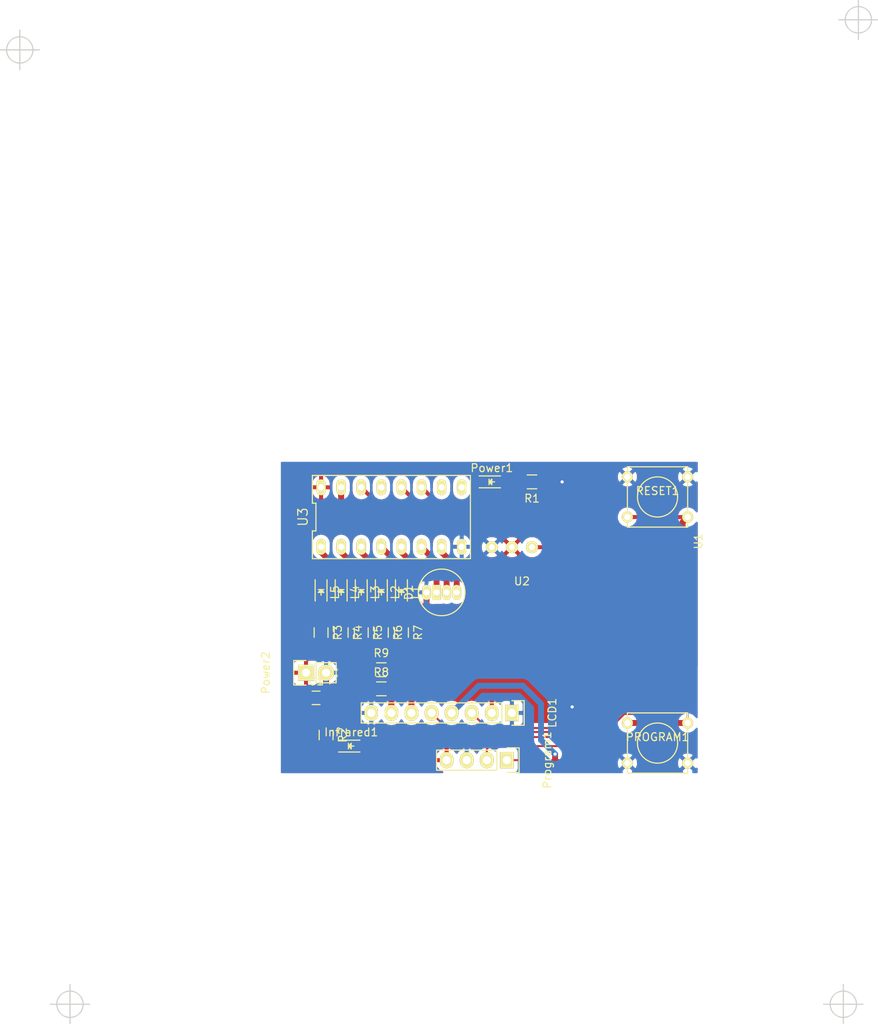
<source format=kicad_pcb>
(kicad_pcb (version 4) (host pcbnew 4.0.2+e4-6225~38~ubuntu15.10.1-stable)

  (general
    (links 59)
    (no_connects 0)
    (area 0 0 0 0)
    (thickness 1.6)
    (drawings 4)
    (tracks 126)
    (zones 0)
    (modules 26)
    (nets 43)
  )

  (page A4)
  (layers
    (0 F.Cu signal)
    (31 B.Cu signal)
    (32 B.Adhes user)
    (33 F.Adhes user)
    (34 B.Paste user)
    (35 F.Paste user)
    (36 B.SilkS user)
    (37 F.SilkS user)
    (38 B.Mask user)
    (39 F.Mask user)
    (40 Dwgs.User user)
    (41 Cmts.User user)
    (42 Eco1.User user)
    (43 Eco2.User user)
    (44 Edge.Cuts user)
    (45 Margin user)
    (46 B.CrtYd user)
    (47 F.CrtYd user)
    (48 B.Fab user)
    (49 F.Fab user)
  )

  (setup
    (last_trace_width 0.75)
    (user_trace_width 0.25)
    (user_trace_width 0.5)
    (user_trace_width 0.75)
    (trace_clearance 0.2)
    (zone_clearance 0.508)
    (zone_45_only yes)
    (trace_min 0.2)
    (segment_width 0.2)
    (edge_width 0.15)
    (via_size 0.6)
    (via_drill 0.4)
    (via_min_size 0.4)
    (via_min_drill 0.3)
    (uvia_size 0.3)
    (uvia_drill 0.1)
    (uvias_allowed no)
    (uvia_min_size 0.2)
    (uvia_min_drill 0.1)
    (pcb_text_width 0.3)
    (pcb_text_size 1.5 1.5)
    (mod_edge_width 0.15)
    (mod_text_size 1 1)
    (mod_text_width 0.15)
    (pad_size 1.524 1.524)
    (pad_drill 0.762)
    (pad_to_mask_clearance 0.2)
    (aux_axis_origin 0 0)
    (visible_elements FFFFFF7F)
    (pcbplotparams
      (layerselection 0x00030_80000001)
      (usegerberextensions false)
      (excludeedgelayer true)
      (linewidth 0.100000)
      (plotframeref false)
      (viasonmask false)
      (mode 1)
      (useauxorigin false)
      (hpglpennumber 1)
      (hpglpenspeed 20)
      (hpglpendiameter 15)
      (hpglpenoverlay 2)
      (psnegative false)
      (psa4output false)
      (plotreference true)
      (plotvalue true)
      (plotinvisibletext false)
      (padsonsilk false)
      (subtractmaskfromsilk false)
      (outputformat 1)
      (mirror false)
      (drillshape 1)
      (scaleselection 1)
      (outputdirectory ""))
  )

  (net 0 "")
  (net 1 +3V3)
  (net 2 "Net-(L4-Pad1)")
  (net 3 "Net-(L5-Pad1)")
  (net 4 "Net-(L3-Pad1)")
  (net 5 "Net-(U1-Pad6)")
  (net 6 "Net-(L2-Pad1)")
  (net 7 "Net-(U3-Pad13)")
  (net 8 "Net-(L1-Pad1)")
  (net 9 "Net-(U1-Pad5)")
  (net 10 "Net-(D1-Pad2)")
  (net 11 "Net-(U1-Pad4)")
  (net 12 "Net-(D1-Pad3)")
  (net 13 "Net-(U3-Pad10)")
  (net 14 "Net-(D1-Pad4)")
  (net 15 "Net-(U3-Pad9)")
  (net 16 GND)
  (net 17 "Net-(Infrared1-Pad2)")
  (net 18 "Net-(L2-Pad2)")
  (net 19 "Net-(L3-Pad2)")
  (net 20 "Net-(L4-Pad2)")
  (net 21 "Net-(Power1-Pad2)")
  (net 22 "Net-(PROGRAM1-Pad1)")
  (net 23 "Net-(L5-Pad2)")
  (net 24 "Net-(L1-Pad2)")
  (net 25 "Net-(RESET1-Pad2)")
  (net 26 "Net-(U1-Pad9)")
  (net 27 "Net-(U1-Pad10)")
  (net 28 "Net-(U1-Pad11)")
  (net 29 "Net-(U1-Pad12)")
  (net 30 "Net-(U1-Pad13)")
  (net 31 "Net-(U1-Pad14)")
  (net 32 "Net-(U1-Pad2)")
  (net 33 "Net-(U1-Pad3)")
  (net 34 "Net-(U1-Pad7)")
  (net 35 "Net-(U1-Pad16)")
  (net 36 "Net-(Infrared1-Pad1)")
  (net 37 "Net-(LCD1-Pad3)")
  (net 38 "Net-(LCD1-Pad4)")
  (net 39 "Net-(LCD1-Pad5)")
  (net 40 "Net-(LCD1-Pad6)")
  (net 41 "Net-(LCD1-Pad7)")
  (net 42 "Net-(Program1-Pad2)")

  (net_class Default "This is the default net class."
    (clearance 0.2)
    (trace_width 0.5)
    (via_dia 0.6)
    (via_drill 0.4)
    (uvia_dia 0.3)
    (uvia_drill 0.1)
    (add_net +3V3)
    (add_net GND)
    (add_net "Net-(D1-Pad2)")
    (add_net "Net-(D1-Pad3)")
    (add_net "Net-(D1-Pad4)")
    (add_net "Net-(Infrared1-Pad1)")
    (add_net "Net-(Infrared1-Pad2)")
    (add_net "Net-(L1-Pad1)")
    (add_net "Net-(L1-Pad2)")
    (add_net "Net-(L2-Pad1)")
    (add_net "Net-(L2-Pad2)")
    (add_net "Net-(L3-Pad1)")
    (add_net "Net-(L3-Pad2)")
    (add_net "Net-(L4-Pad1)")
    (add_net "Net-(L4-Pad2)")
    (add_net "Net-(L5-Pad1)")
    (add_net "Net-(L5-Pad2)")
    (add_net "Net-(LCD1-Pad3)")
    (add_net "Net-(LCD1-Pad4)")
    (add_net "Net-(LCD1-Pad5)")
    (add_net "Net-(LCD1-Pad6)")
    (add_net "Net-(LCD1-Pad7)")
    (add_net "Net-(PROGRAM1-Pad1)")
    (add_net "Net-(Power1-Pad2)")
    (add_net "Net-(Program1-Pad2)")
    (add_net "Net-(U1-Pad10)")
    (add_net "Net-(U1-Pad11)")
    (add_net "Net-(U1-Pad12)")
    (add_net "Net-(U1-Pad13)")
    (add_net "Net-(U1-Pad14)")
    (add_net "Net-(U1-Pad16)")
    (add_net "Net-(U1-Pad2)")
    (add_net "Net-(U1-Pad3)")
    (add_net "Net-(U1-Pad4)")
    (add_net "Net-(U1-Pad5)")
    (add_net "Net-(U1-Pad6)")
    (add_net "Net-(U1-Pad7)")
    (add_net "Net-(U1-Pad9)")
    (add_net "Net-(U3-Pad10)")
    (add_net "Net-(U3-Pad13)")
    (add_net "Net-(U3-Pad9)")
  )

  (net_class "wide track" ""
    (clearance 0.2)
    (trace_width 0.25)
    (via_dia 0.6)
    (via_drill 0.4)
    (uvia_dia 0.3)
    (uvia_drill 0.1)
    (add_net "Net-(RESET1-Pad2)")
  )

  (module ESP8266:ESP-12E (layer F.Cu) (tedit 559F8D21) (tstamp 576EDCB5)
    (at 144.78 87.63 270)
    (descr "Module, ESP-8266, ESP-12, 16 pad, SMD")
    (tags "Module ESP-8266 ESP8266")
    (path /576DAEDC)
    (fp_text reference U1 (at -2 -2 270) (layer F.SilkS)
      (effects (font (size 1 1) (thickness 0.15)))
    )
    (fp_text value ESP-12E (at 8 1 270) (layer F.Fab)
      (effects (font (size 1 1) (thickness 0.15)))
    )
    (fp_line (start 16 -8.4) (end 0 -2.6) (layer F.CrtYd) (width 0.1524))
    (fp_line (start 0 -8.4) (end 16 -2.6) (layer F.CrtYd) (width 0.1524))
    (fp_text user "No Copper" (at 7.9 -5.4 270) (layer F.CrtYd)
      (effects (font (size 1 1) (thickness 0.15)))
    )
    (fp_line (start 0 -8.4) (end 0 -2.6) (layer F.CrtYd) (width 0.1524))
    (fp_line (start 0 -2.6) (end 16 -2.6) (layer F.CrtYd) (width 0.1524))
    (fp_line (start 16 -2.6) (end 16 -8.4) (layer F.CrtYd) (width 0.1524))
    (fp_line (start 16 -8.4) (end 0 -8.4) (layer F.CrtYd) (width 0.1524))
    (fp_line (start 16 -8.4) (end 16 15.6) (layer F.Fab) (width 0.1524))
    (fp_line (start 16 15.6) (end 0 15.6) (layer F.Fab) (width 0.1524))
    (fp_line (start 0 15.6) (end 0 -8.4) (layer F.Fab) (width 0.1524))
    (fp_line (start 0 -8.4) (end 16 -8.4) (layer F.Fab) (width 0.1524))
    (pad 9 smd oval (at 2.99 15.75) (size 2.4 1.1) (layers F.Cu F.Paste F.Mask)
      (net 26 "Net-(U1-Pad9)"))
    (pad 10 smd oval (at 4.99 15.75) (size 2.4 1.1) (layers F.Cu F.Paste F.Mask)
      (net 27 "Net-(U1-Pad10)"))
    (pad 11 smd oval (at 6.99 15.75) (size 2.4 1.1) (layers F.Cu F.Paste F.Mask)
      (net 28 "Net-(U1-Pad11)"))
    (pad 12 smd oval (at 8.99 15.75) (size 2.4 1.1) (layers F.Cu F.Paste F.Mask)
      (net 29 "Net-(U1-Pad12)"))
    (pad 13 smd oval (at 10.99 15.75) (size 2.4 1.1) (layers F.Cu F.Paste F.Mask)
      (net 30 "Net-(U1-Pad13)"))
    (pad 14 smd oval (at 12.99 15.75) (size 2.4 1.1) (layers F.Cu F.Paste F.Mask)
      (net 31 "Net-(U1-Pad14)"))
    (pad 1 smd rect (at 0 0 270) (size 2.4 1.1) (layers F.Cu F.Paste F.Mask)
      (net 25 "Net-(RESET1-Pad2)"))
    (pad 2 smd oval (at 0 2 270) (size 2.4 1.1) (layers F.Cu F.Paste F.Mask)
      (net 32 "Net-(U1-Pad2)"))
    (pad 3 smd oval (at 0 4 270) (size 2.4 1.1) (layers F.Cu F.Paste F.Mask)
      (net 33 "Net-(U1-Pad3)"))
    (pad 4 smd oval (at 0 6 270) (size 2.4 1.1) (layers F.Cu F.Paste F.Mask)
      (net 11 "Net-(U1-Pad4)"))
    (pad 5 smd oval (at 0 8 270) (size 2.4 1.1) (layers F.Cu F.Paste F.Mask)
      (net 9 "Net-(U1-Pad5)"))
    (pad 6 smd oval (at 0 10 270) (size 2.4 1.1) (layers F.Cu F.Paste F.Mask)
      (net 5 "Net-(U1-Pad6)"))
    (pad 7 smd oval (at 0 12 270) (size 2.4 1.1) (layers F.Cu F.Paste F.Mask)
      (net 34 "Net-(U1-Pad7)"))
    (pad 8 smd oval (at 0 14 270) (size 2.4 1.1) (layers F.Cu F.Paste F.Mask)
      (net 1 +3V3))
    (pad 15 smd oval (at 16 14 270) (size 2.4 1.1) (layers F.Cu F.Paste F.Mask)
      (net 16 GND))
    (pad 16 smd oval (at 16 12 270) (size 2.4 1.1) (layers F.Cu F.Paste F.Mask)
      (net 35 "Net-(U1-Pad16)"))
    (pad 17 smd oval (at 16 10 270) (size 2.4 1.1) (layers F.Cu F.Paste F.Mask)
      (net 37 "Net-(LCD1-Pad3)"))
    (pad 18 smd oval (at 16 8 270) (size 2.4 1.1) (layers F.Cu F.Paste F.Mask)
      (net 22 "Net-(PROGRAM1-Pad1)"))
    (pad 19 smd oval (at 16 6 270) (size 2.4 1.1) (layers F.Cu F.Paste F.Mask)
      (net 39 "Net-(LCD1-Pad5)"))
    (pad 20 smd oval (at 16 4 270) (size 2.4 1.1) (layers F.Cu F.Paste F.Mask)
      (net 17 "Net-(Infrared1-Pad2)"))
    (pad 21 smd oval (at 16 2 270) (size 2.4 1.1) (layers F.Cu F.Paste F.Mask)
      (net 42 "Net-(Program1-Pad2)"))
    (pad 22 smd oval (at 16 0 270) (size 2.4 1.1) (layers F.Cu F.Paste F.Mask)
      (net 38 "Net-(LCD1-Pad4)"))
    (model ${ESPLIB}/ESP8266.3dshapes/ESP-12.wrl
      (at (xyz 0.04 0 0))
      (scale (xyz 0.3937 0.3937 0.3937))
      (rotate (xyz 0 0 0))
    )
  )

  (module 74HC595N (layer F.Cu) (tedit 576ECBFB) (tstamp 576ED7C6)
    (at 107.95 82.55)
    (path /576D98EA)
    (fp_text reference U3 (at -11.19 0 90) (layer F.SilkS)
      (effects (font (size 1.2 1.2) (thickness 0.15)))
    )
    (fp_text value 74HC595 (at 0 0) (layer F.Fab)
      (effects (font (size 1.2 1.2) (thickness 0.15)))
    )
    (fp_line (start -9.99 5.259999) (end 9.99 5.26) (layer F.SilkS) (width 0.15))
    (fp_line (start 9.99 5.26) (end 9.99 -5.259999) (layer F.SilkS) (width 0.15))
    (fp_line (start 9.99 -5.259999) (end -9.99 -5.26) (layer F.SilkS) (width 0.15))
    (fp_line (start -9.99 -5.26) (end -9.99 -1.753333) (layer F.SilkS) (width 0.15))
    (fp_line (start -9.99 -1.753333) (end -9.54 -1.753333) (layer F.SilkS) (width 0.15))
    (fp_line (start -9.54 -1.753333) (end -9.54 1.753333) (layer F.SilkS) (width 0.15))
    (fp_line (start -9.54 1.753333) (end -9.99 1.753333) (layer F.SilkS) (width 0.15))
    (fp_line (start -9.99 1.753333) (end -9.99 5.259999) (layer F.SilkS) (width 0.15))
    (pad 16 thru_hole oval (at -8.89 -3.76) (size 1.2 2) (drill 0.8) (layers *.Cu *.Mask F.SilkS)
      (net 1 +3V3))
    (pad 1 thru_hole oval (at -8.89 3.76) (size 1.2 2) (drill 0.8) (layers *.Cu *.Mask F.SilkS)
      (net 2 "Net-(L4-Pad1)"))
    (pad 15 thru_hole oval (at -6.35 -3.76) (size 1.2 2) (drill 0.8) (layers *.Cu *.Mask F.SilkS)
      (net 3 "Net-(L5-Pad1)"))
    (pad 2 thru_hole oval (at -6.35 3.76) (size 1.2 2) (drill 0.8) (layers *.Cu *.Mask F.SilkS)
      (net 4 "Net-(L3-Pad1)"))
    (pad 14 thru_hole oval (at -3.81 -3.76) (size 1.2 2) (drill 0.8) (layers *.Cu *.Mask F.SilkS)
      (net 5 "Net-(U1-Pad6)"))
    (pad 3 thru_hole oval (at -3.81 3.76) (size 1.2 2) (drill 0.8) (layers *.Cu *.Mask F.SilkS)
      (net 6 "Net-(L2-Pad1)"))
    (pad 13 thru_hole oval (at -1.27 -3.76) (size 1.2 2) (drill 0.8) (layers *.Cu *.Mask F.SilkS)
      (net 7 "Net-(U3-Pad13)"))
    (pad 4 thru_hole oval (at -1.27 3.76) (size 1.2 2) (drill 0.8) (layers *.Cu *.Mask F.SilkS)
      (net 8 "Net-(L1-Pad1)"))
    (pad 12 thru_hole oval (at 1.27 -3.76) (size 1.2 2) (drill 0.8) (layers *.Cu *.Mask F.SilkS)
      (net 9 "Net-(U1-Pad5)"))
    (pad 5 thru_hole oval (at 1.27 3.76) (size 1.2 2) (drill 0.8) (layers *.Cu *.Mask F.SilkS)
      (net 10 "Net-(D1-Pad2)"))
    (pad 11 thru_hole oval (at 3.81 -3.76) (size 1.2 2) (drill 0.8) (layers *.Cu *.Mask F.SilkS)
      (net 11 "Net-(U1-Pad4)"))
    (pad 6 thru_hole oval (at 3.81 3.76) (size 1.2 2) (drill 0.8) (layers *.Cu *.Mask F.SilkS)
      (net 12 "Net-(D1-Pad3)"))
    (pad 10 thru_hole oval (at 6.35 -3.76) (size 1.2 2) (drill 0.8) (layers *.Cu *.Mask F.SilkS)
      (net 13 "Net-(U3-Pad10)"))
    (pad 7 thru_hole oval (at 6.35 3.76) (size 1.2 2) (drill 0.8) (layers *.Cu *.Mask F.SilkS)
      (net 14 "Net-(D1-Pad4)"))
    (pad 9 thru_hole oval (at 8.89 -3.76) (size 1.2 2) (drill 0.8) (layers *.Cu *.Mask F.SilkS)
      (net 15 "Net-(U3-Pad9)"))
    (pad 8 thru_hole oval (at 8.89 3.76) (size 1.2 2) (drill 0.8) (layers *.Cu *.Mask F.SilkS)
      (net 16 GND))
  )

  (module LEDs:LED-RGB-5MM_Common_Cathode (layer F.Cu) (tedit 55A0859C) (tstamp 576EDE48)
    (at 112.395 92.075 90)
    (descr "5mm common cathode RGB LED")
    (tags "RGB LED 5mm Common Cathode")
    (path /576D8957)
    (fp_text reference D1 (at 0 -2.25 90) (layer F.SilkS)
      (effects (font (size 1 1) (thickness 0.15)))
    )
    (fp_text value Led_RGB_CA (at 0 6.25 90) (layer F.Fab)
      (effects (font (size 1 1) (thickness 0.15)))
    )
    (fp_circle (center 0 1.905) (end 3.2 1.905) (layer F.CrtYd) (width 0.05))
    (fp_line (start -1.1 -0.595) (end -1.55 -0.595) (layer F.SilkS) (width 0.15))
    (fp_circle (center 0 1.905) (end 2.95 1.905) (layer F.SilkS) (width 0.15))
    (fp_line (start 1.1 -0.595) (end 1.55 -0.595) (layer F.SilkS) (width 0.15))
    (pad 1 thru_hole oval (at 0 0 90) (size 1.905 1.1176) (drill 0.762) (layers *.Cu *.Mask F.SilkS)
      (net 16 GND))
    (pad 2 thru_hole rect (at 0 1.27 90) (size 1.905 1.1176) (drill 0.762) (layers *.Cu *.Mask F.SilkS)
      (net 10 "Net-(D1-Pad2)"))
    (pad 3 thru_hole oval (at 0 2.54 90) (size 1.905 1.1176) (drill 0.762) (layers *.Cu *.Mask F.SilkS)
      (net 12 "Net-(D1-Pad3)"))
    (pad 4 thru_hole oval (at 0 3.81 90) (size 1.905 1.1176) (drill 0.762) (layers *.Cu *.Mask F.SilkS)
      (net 14 "Net-(D1-Pad4)"))
  )

  (module ir-receiver-tsop (layer F.Cu) (tedit 576EF195) (tstamp 576EF21E)
    (at 124.46 90.17)
    (path /576E771F)
    (fp_text reference U2 (at 0 0.5) (layer F.SilkS)
      (effects (font (size 1 1) (thickness 0.15)))
    )
    (fp_text value TSOP38238 (at 0 -0.5) (layer F.Fab)
      (effects (font (size 1 1) (thickness 0.15)))
    )
    (pad 1 thru_hole circle (at -3.81 -3.81) (size 1.524 1.524) (drill 0.762) (layers *.Cu *.Mask F.SilkS)
      (net 16 GND))
    (pad 2 thru_hole circle (at -1.27 -3.81) (size 1.524 1.524) (drill 0.762) (layers *.Cu *.Mask F.SilkS)
      (net 1 +3V3))
    (pad 3 thru_hole circle (at 1.27 -3.81) (size 1.524 1.524) (drill 0.762) (layers *.Cu *.Mask F.SilkS)
      (net 34 "Net-(U1-Pad7)"))
  )

  (module Buttons_Switches_ThroughHole:SW_PUSH_SMALL (layer F.Cu) (tedit 5774D49A) (tstamp 57718210)
    (at 141.605 111.125)
    (path /576DACB7)
    (fp_text reference PROGRAM1 (at 0 -0.762 180) (layer F.SilkS)
      (effects (font (size 1 1) (thickness 0.15)))
    )
    (fp_text value SW_PUSH (at 0 1.016) (layer F.Fab)
      (effects (font (size 1 1) (thickness 0.15)))
    )
    (fp_circle (center 0 0) (end 0 -2.54) (layer F.SilkS) (width 0.15))
    (fp_line (start -3.81 -3.81) (end 3.81 -3.81) (layer F.SilkS) (width 0.15))
    (fp_line (start 3.81 -3.81) (end 3.81 3.81) (layer F.SilkS) (width 0.15))
    (fp_line (start 3.81 3.81) (end -3.81 3.81) (layer F.SilkS) (width 0.15))
    (fp_line (start -3.81 -3.81) (end -3.81 3.81) (layer F.SilkS) (width 0.15))
    (pad 1 thru_hole circle (at 3.81 -2.54) (size 1.397 1.397) (drill 0.8128) (layers *.Cu *.Mask F.SilkS)
      (net 22 "Net-(PROGRAM1-Pad1)"))
    (pad 2 thru_hole circle (at 3.81 2.54) (size 1.397 1.397) (drill 0.8128) (layers *.Cu *.Mask F.SilkS)
      (net 16 GND))
    (pad 1 thru_hole circle (at -3.81 -2.54) (size 1.397 1.397) (drill 0.8128) (layers *.Cu *.Mask F.SilkS)
      (net 22 "Net-(PROGRAM1-Pad1)"))
    (pad 2 thru_hole circle (at -3.81 2.54) (size 1.397 1.397) (drill 0.8128) (layers *.Cu *.Mask F.SilkS)
      (net 16 GND))
  )

  (module Buttons_Switches_ThroughHole:SW_PUSH_SMALL (layer F.Cu) (tedit 0) (tstamp 5771821D)
    (at 141.605 80.01)
    (path /576DADA9)
    (fp_text reference RESET1 (at 0 -0.762) (layer F.SilkS)
      (effects (font (size 1 1) (thickness 0.15)))
    )
    (fp_text value SW_PUSH (at 0 1.016) (layer F.Fab)
      (effects (font (size 1 1) (thickness 0.15)))
    )
    (fp_circle (center 0 0) (end 0 -2.54) (layer F.SilkS) (width 0.15))
    (fp_line (start -3.81 -3.81) (end 3.81 -3.81) (layer F.SilkS) (width 0.15))
    (fp_line (start 3.81 -3.81) (end 3.81 3.81) (layer F.SilkS) (width 0.15))
    (fp_line (start 3.81 3.81) (end -3.81 3.81) (layer F.SilkS) (width 0.15))
    (fp_line (start -3.81 -3.81) (end -3.81 3.81) (layer F.SilkS) (width 0.15))
    (pad 1 thru_hole circle (at 3.81 -2.54) (size 1.397 1.397) (drill 0.8128) (layers *.Cu *.Mask F.SilkS)
      (net 16 GND))
    (pad 2 thru_hole circle (at 3.81 2.54) (size 1.397 1.397) (drill 0.8128) (layers *.Cu *.Mask F.SilkS)
      (net 25 "Net-(RESET1-Pad2)"))
    (pad 1 thru_hole circle (at -3.81 -2.54) (size 1.397 1.397) (drill 0.8128) (layers *.Cu *.Mask F.SilkS)
      (net 16 GND))
    (pad 2 thru_hole circle (at -3.81 2.54) (size 1.397 1.397) (drill 0.8128) (layers *.Cu *.Mask F.SilkS)
      (net 25 "Net-(RESET1-Pad2)"))
  )

  (module Capacitors_SMD:C_0805_HandSoldering (layer F.Cu) (tedit 541A9B8D) (tstamp 57721A92)
    (at 98.425 105.41)
    (descr "Capacitor SMD 0805, hand soldering")
    (tags "capacitor 0805")
    (path /576DADEF)
    (attr smd)
    (fp_text reference C1 (at 0 -2.1) (layer F.SilkS)
      (effects (font (size 1 1) (thickness 0.15)))
    )
    (fp_text value 10uF (at 0 2.1) (layer F.Fab)
      (effects (font (size 1 1) (thickness 0.15)))
    )
    (fp_line (start -2.3 -1) (end 2.3 -1) (layer F.CrtYd) (width 0.05))
    (fp_line (start -2.3 1) (end 2.3 1) (layer F.CrtYd) (width 0.05))
    (fp_line (start -2.3 -1) (end -2.3 1) (layer F.CrtYd) (width 0.05))
    (fp_line (start 2.3 -1) (end 2.3 1) (layer F.CrtYd) (width 0.05))
    (fp_line (start 0.5 -0.85) (end -0.5 -0.85) (layer F.SilkS) (width 0.15))
    (fp_line (start -0.5 0.85) (end 0.5 0.85) (layer F.SilkS) (width 0.15))
    (pad 1 smd rect (at -1.25 0) (size 1.5 1.25) (layers F.Cu F.Paste F.Mask)
      (net 1 +3V3))
    (pad 2 smd rect (at 1.25 0) (size 1.5 1.25) (layers F.Cu F.Paste F.Mask)
      (net 16 GND))
    (model Capacitors_SMD.3dshapes/C_0805_HandSoldering.wrl
      (at (xyz 0 0 0))
      (scale (xyz 1 1 1))
      (rotate (xyz 0 0 0))
    )
  )

  (module LEDs:LED_0805 (layer F.Cu) (tedit 55BDE1C2) (tstamp 57721AA5)
    (at 102.87 111.506)
    (descr "LED 0805 smd package")
    (tags "LED 0805 SMD")
    (path /576D8B38)
    (attr smd)
    (fp_text reference Infrared1 (at 0 -1.75) (layer F.SilkS)
      (effects (font (size 1 1) (thickness 0.15)))
    )
    (fp_text value LED (at 0 1.75) (layer F.Fab)
      (effects (font (size 1 1) (thickness 0.15)))
    )
    (fp_line (start -1.6 0.75) (end 1.1 0.75) (layer F.SilkS) (width 0.15))
    (fp_line (start -1.6 -0.75) (end 1.1 -0.75) (layer F.SilkS) (width 0.15))
    (fp_line (start -0.1 0.15) (end -0.1 -0.1) (layer F.SilkS) (width 0.15))
    (fp_line (start -0.1 -0.1) (end -0.25 0.05) (layer F.SilkS) (width 0.15))
    (fp_line (start -0.35 -0.35) (end -0.35 0.35) (layer F.SilkS) (width 0.15))
    (fp_line (start 0 0) (end 0.35 0) (layer F.SilkS) (width 0.15))
    (fp_line (start -0.35 0) (end 0 -0.35) (layer F.SilkS) (width 0.15))
    (fp_line (start 0 -0.35) (end 0 0.35) (layer F.SilkS) (width 0.15))
    (fp_line (start 0 0.35) (end -0.35 0) (layer F.SilkS) (width 0.15))
    (fp_line (start 1.9 -0.95) (end 1.9 0.95) (layer F.CrtYd) (width 0.05))
    (fp_line (start 1.9 0.95) (end -1.9 0.95) (layer F.CrtYd) (width 0.05))
    (fp_line (start -1.9 0.95) (end -1.9 -0.95) (layer F.CrtYd) (width 0.05))
    (fp_line (start -1.9 -0.95) (end 1.9 -0.95) (layer F.CrtYd) (width 0.05))
    (pad 2 smd rect (at 1.04902 0 180) (size 1.19888 1.19888) (layers F.Cu F.Paste F.Mask)
      (net 17 "Net-(Infrared1-Pad2)"))
    (pad 1 smd rect (at -1.04902 0 180) (size 1.19888 1.19888) (layers F.Cu F.Paste F.Mask)
      (net 36 "Net-(Infrared1-Pad1)"))
    (model LEDs.3dshapes/LED_0805.wrl
      (at (xyz 0 0 0))
      (scale (xyz 1 1 1))
      (rotate (xyz 0 0 0))
    )
  )

  (module LEDs:LED_0805 (layer F.Cu) (tedit 55BDE1C2) (tstamp 57721AB8)
    (at 109.22 92.075 270)
    (descr "LED 0805 smd package")
    (tags "LED 0805 SMD")
    (path /576D8D24)
    (attr smd)
    (fp_text reference L1 (at 0 -1.75 270) (layer F.SilkS)
      (effects (font (size 1 1) (thickness 0.15)))
    )
    (fp_text value LEDs:LED-5MM (at 0 1.75 270) (layer F.Fab)
      (effects (font (size 1 1) (thickness 0.15)))
    )
    (fp_line (start -1.6 0.75) (end 1.1 0.75) (layer F.SilkS) (width 0.15))
    (fp_line (start -1.6 -0.75) (end 1.1 -0.75) (layer F.SilkS) (width 0.15))
    (fp_line (start -0.1 0.15) (end -0.1 -0.1) (layer F.SilkS) (width 0.15))
    (fp_line (start -0.1 -0.1) (end -0.25 0.05) (layer F.SilkS) (width 0.15))
    (fp_line (start -0.35 -0.35) (end -0.35 0.35) (layer F.SilkS) (width 0.15))
    (fp_line (start 0 0) (end 0.35 0) (layer F.SilkS) (width 0.15))
    (fp_line (start -0.35 0) (end 0 -0.35) (layer F.SilkS) (width 0.15))
    (fp_line (start 0 -0.35) (end 0 0.35) (layer F.SilkS) (width 0.15))
    (fp_line (start 0 0.35) (end -0.35 0) (layer F.SilkS) (width 0.15))
    (fp_line (start 1.9 -0.95) (end 1.9 0.95) (layer F.CrtYd) (width 0.05))
    (fp_line (start 1.9 0.95) (end -1.9 0.95) (layer F.CrtYd) (width 0.05))
    (fp_line (start -1.9 0.95) (end -1.9 -0.95) (layer F.CrtYd) (width 0.05))
    (fp_line (start -1.9 -0.95) (end 1.9 -0.95) (layer F.CrtYd) (width 0.05))
    (pad 2 smd rect (at 1.04902 0 90) (size 1.19888 1.19888) (layers F.Cu F.Paste F.Mask)
      (net 24 "Net-(L1-Pad2)"))
    (pad 1 smd rect (at -1.04902 0 90) (size 1.19888 1.19888) (layers F.Cu F.Paste F.Mask)
      (net 8 "Net-(L1-Pad1)"))
    (model LEDs.3dshapes/LED_0805.wrl
      (at (xyz 0 0 0))
      (scale (xyz 1 1 1))
      (rotate (xyz 0 0 0))
    )
  )

  (module LEDs:LED_0805 (layer F.Cu) (tedit 55BDE1C2) (tstamp 57721ACB)
    (at 106.68 92.075 270)
    (descr "LED 0805 smd package")
    (tags "LED 0805 SMD")
    (path /576D8DBF)
    (attr smd)
    (fp_text reference L2 (at 0 -1.75 270) (layer F.SilkS)
      (effects (font (size 1 1) (thickness 0.15)))
    )
    (fp_text value LED (at 0 1.75 270) (layer F.Fab)
      (effects (font (size 1 1) (thickness 0.15)))
    )
    (fp_line (start -1.6 0.75) (end 1.1 0.75) (layer F.SilkS) (width 0.15))
    (fp_line (start -1.6 -0.75) (end 1.1 -0.75) (layer F.SilkS) (width 0.15))
    (fp_line (start -0.1 0.15) (end -0.1 -0.1) (layer F.SilkS) (width 0.15))
    (fp_line (start -0.1 -0.1) (end -0.25 0.05) (layer F.SilkS) (width 0.15))
    (fp_line (start -0.35 -0.35) (end -0.35 0.35) (layer F.SilkS) (width 0.15))
    (fp_line (start 0 0) (end 0.35 0) (layer F.SilkS) (width 0.15))
    (fp_line (start -0.35 0) (end 0 -0.35) (layer F.SilkS) (width 0.15))
    (fp_line (start 0 -0.35) (end 0 0.35) (layer F.SilkS) (width 0.15))
    (fp_line (start 0 0.35) (end -0.35 0) (layer F.SilkS) (width 0.15))
    (fp_line (start 1.9 -0.95) (end 1.9 0.95) (layer F.CrtYd) (width 0.05))
    (fp_line (start 1.9 0.95) (end -1.9 0.95) (layer F.CrtYd) (width 0.05))
    (fp_line (start -1.9 0.95) (end -1.9 -0.95) (layer F.CrtYd) (width 0.05))
    (fp_line (start -1.9 -0.95) (end 1.9 -0.95) (layer F.CrtYd) (width 0.05))
    (pad 2 smd rect (at 1.04902 0 90) (size 1.19888 1.19888) (layers F.Cu F.Paste F.Mask)
      (net 18 "Net-(L2-Pad2)"))
    (pad 1 smd rect (at -1.04902 0 90) (size 1.19888 1.19888) (layers F.Cu F.Paste F.Mask)
      (net 6 "Net-(L2-Pad1)"))
    (model LEDs.3dshapes/LED_0805.wrl
      (at (xyz 0 0 0))
      (scale (xyz 1 1 1))
      (rotate (xyz 0 0 0))
    )
  )

  (module LEDs:LED_0805 (layer F.Cu) (tedit 55BDE1C2) (tstamp 57721ADE)
    (at 104.14 92.075 270)
    (descr "LED 0805 smd package")
    (tags "LED 0805 SMD")
    (path /576D8E6A)
    (attr smd)
    (fp_text reference L3 (at 0 -1.75 270) (layer F.SilkS)
      (effects (font (size 1 1) (thickness 0.15)))
    )
    (fp_text value LED (at 0 1.75 270) (layer F.Fab)
      (effects (font (size 1 1) (thickness 0.15)))
    )
    (fp_line (start -1.6 0.75) (end 1.1 0.75) (layer F.SilkS) (width 0.15))
    (fp_line (start -1.6 -0.75) (end 1.1 -0.75) (layer F.SilkS) (width 0.15))
    (fp_line (start -0.1 0.15) (end -0.1 -0.1) (layer F.SilkS) (width 0.15))
    (fp_line (start -0.1 -0.1) (end -0.25 0.05) (layer F.SilkS) (width 0.15))
    (fp_line (start -0.35 -0.35) (end -0.35 0.35) (layer F.SilkS) (width 0.15))
    (fp_line (start 0 0) (end 0.35 0) (layer F.SilkS) (width 0.15))
    (fp_line (start -0.35 0) (end 0 -0.35) (layer F.SilkS) (width 0.15))
    (fp_line (start 0 -0.35) (end 0 0.35) (layer F.SilkS) (width 0.15))
    (fp_line (start 0 0.35) (end -0.35 0) (layer F.SilkS) (width 0.15))
    (fp_line (start 1.9 -0.95) (end 1.9 0.95) (layer F.CrtYd) (width 0.05))
    (fp_line (start 1.9 0.95) (end -1.9 0.95) (layer F.CrtYd) (width 0.05))
    (fp_line (start -1.9 0.95) (end -1.9 -0.95) (layer F.CrtYd) (width 0.05))
    (fp_line (start -1.9 -0.95) (end 1.9 -0.95) (layer F.CrtYd) (width 0.05))
    (pad 2 smd rect (at 1.04902 0 90) (size 1.19888 1.19888) (layers F.Cu F.Paste F.Mask)
      (net 19 "Net-(L3-Pad2)"))
    (pad 1 smd rect (at -1.04902 0 90) (size 1.19888 1.19888) (layers F.Cu F.Paste F.Mask)
      (net 4 "Net-(L3-Pad1)"))
    (model LEDs.3dshapes/LED_0805.wrl
      (at (xyz 0 0 0))
      (scale (xyz 1 1 1))
      (rotate (xyz 0 0 0))
    )
  )

  (module LEDs:LED_0805 (layer F.Cu) (tedit 55BDE1C2) (tstamp 57721AF1)
    (at 101.6 92.075 270)
    (descr "LED 0805 smd package")
    (tags "LED 0805 SMD")
    (path /576D91CB)
    (attr smd)
    (fp_text reference L4 (at 0 -1.75 270) (layer F.SilkS)
      (effects (font (size 1 1) (thickness 0.15)))
    )
    (fp_text value LED (at 0 1.75 270) (layer F.Fab)
      (effects (font (size 1 1) (thickness 0.15)))
    )
    (fp_line (start -1.6 0.75) (end 1.1 0.75) (layer F.SilkS) (width 0.15))
    (fp_line (start -1.6 -0.75) (end 1.1 -0.75) (layer F.SilkS) (width 0.15))
    (fp_line (start -0.1 0.15) (end -0.1 -0.1) (layer F.SilkS) (width 0.15))
    (fp_line (start -0.1 -0.1) (end -0.25 0.05) (layer F.SilkS) (width 0.15))
    (fp_line (start -0.35 -0.35) (end -0.35 0.35) (layer F.SilkS) (width 0.15))
    (fp_line (start 0 0) (end 0.35 0) (layer F.SilkS) (width 0.15))
    (fp_line (start -0.35 0) (end 0 -0.35) (layer F.SilkS) (width 0.15))
    (fp_line (start 0 -0.35) (end 0 0.35) (layer F.SilkS) (width 0.15))
    (fp_line (start 0 0.35) (end -0.35 0) (layer F.SilkS) (width 0.15))
    (fp_line (start 1.9 -0.95) (end 1.9 0.95) (layer F.CrtYd) (width 0.05))
    (fp_line (start 1.9 0.95) (end -1.9 0.95) (layer F.CrtYd) (width 0.05))
    (fp_line (start -1.9 0.95) (end -1.9 -0.95) (layer F.CrtYd) (width 0.05))
    (fp_line (start -1.9 -0.95) (end 1.9 -0.95) (layer F.CrtYd) (width 0.05))
    (pad 2 smd rect (at 1.04902 0 90) (size 1.19888 1.19888) (layers F.Cu F.Paste F.Mask)
      (net 20 "Net-(L4-Pad2)"))
    (pad 1 smd rect (at -1.04902 0 90) (size 1.19888 1.19888) (layers F.Cu F.Paste F.Mask)
      (net 2 "Net-(L4-Pad1)"))
    (model LEDs.3dshapes/LED_0805.wrl
      (at (xyz 0 0 0))
      (scale (xyz 1 1 1))
      (rotate (xyz 0 0 0))
    )
  )

  (module LEDs:LED_0805 (layer F.Cu) (tedit 55BDE1C2) (tstamp 57721B04)
    (at 99.06 92.075 270)
    (descr "LED 0805 smd package")
    (tags "LED 0805 SMD")
    (path /576D9207)
    (attr smd)
    (fp_text reference L5 (at 0 -1.75 270) (layer F.SilkS)
      (effects (font (size 1 1) (thickness 0.15)))
    )
    (fp_text value LEDs:LED-5MM (at 0 1.75 270) (layer F.Fab)
      (effects (font (size 1 1) (thickness 0.15)))
    )
    (fp_line (start -1.6 0.75) (end 1.1 0.75) (layer F.SilkS) (width 0.15))
    (fp_line (start -1.6 -0.75) (end 1.1 -0.75) (layer F.SilkS) (width 0.15))
    (fp_line (start -0.1 0.15) (end -0.1 -0.1) (layer F.SilkS) (width 0.15))
    (fp_line (start -0.1 -0.1) (end -0.25 0.05) (layer F.SilkS) (width 0.15))
    (fp_line (start -0.35 -0.35) (end -0.35 0.35) (layer F.SilkS) (width 0.15))
    (fp_line (start 0 0) (end 0.35 0) (layer F.SilkS) (width 0.15))
    (fp_line (start -0.35 0) (end 0 -0.35) (layer F.SilkS) (width 0.15))
    (fp_line (start 0 -0.35) (end 0 0.35) (layer F.SilkS) (width 0.15))
    (fp_line (start 0 0.35) (end -0.35 0) (layer F.SilkS) (width 0.15))
    (fp_line (start 1.9 -0.95) (end 1.9 0.95) (layer F.CrtYd) (width 0.05))
    (fp_line (start 1.9 0.95) (end -1.9 0.95) (layer F.CrtYd) (width 0.05))
    (fp_line (start -1.9 0.95) (end -1.9 -0.95) (layer F.CrtYd) (width 0.05))
    (fp_line (start -1.9 -0.95) (end 1.9 -0.95) (layer F.CrtYd) (width 0.05))
    (pad 2 smd rect (at 1.04902 0 90) (size 1.19888 1.19888) (layers F.Cu F.Paste F.Mask)
      (net 23 "Net-(L5-Pad2)"))
    (pad 1 smd rect (at -1.04902 0 90) (size 1.19888 1.19888) (layers F.Cu F.Paste F.Mask)
      (net 3 "Net-(L5-Pad1)"))
    (model LEDs.3dshapes/LED_0805.wrl
      (at (xyz 0 0 0))
      (scale (xyz 1 1 1))
      (rotate (xyz 0 0 0))
    )
  )

  (module LEDs:LED_0805 (layer F.Cu) (tedit 55BDE1C2) (tstamp 57721B17)
    (at 120.65 78.105)
    (descr "LED 0805 smd package")
    (tags "LED 0805 SMD")
    (path /576D8A57)
    (attr smd)
    (fp_text reference Power1 (at 0 -1.75) (layer F.SilkS)
      (effects (font (size 1 1) (thickness 0.15)))
    )
    (fp_text value LED (at 0 1.75) (layer F.Fab)
      (effects (font (size 1 1) (thickness 0.15)))
    )
    (fp_line (start -1.6 0.75) (end 1.1 0.75) (layer F.SilkS) (width 0.15))
    (fp_line (start -1.6 -0.75) (end 1.1 -0.75) (layer F.SilkS) (width 0.15))
    (fp_line (start -0.1 0.15) (end -0.1 -0.1) (layer F.SilkS) (width 0.15))
    (fp_line (start -0.1 -0.1) (end -0.25 0.05) (layer F.SilkS) (width 0.15))
    (fp_line (start -0.35 -0.35) (end -0.35 0.35) (layer F.SilkS) (width 0.15))
    (fp_line (start 0 0) (end 0.35 0) (layer F.SilkS) (width 0.15))
    (fp_line (start -0.35 0) (end 0 -0.35) (layer F.SilkS) (width 0.15))
    (fp_line (start 0 -0.35) (end 0 0.35) (layer F.SilkS) (width 0.15))
    (fp_line (start 0 0.35) (end -0.35 0) (layer F.SilkS) (width 0.15))
    (fp_line (start 1.9 -0.95) (end 1.9 0.95) (layer F.CrtYd) (width 0.05))
    (fp_line (start 1.9 0.95) (end -1.9 0.95) (layer F.CrtYd) (width 0.05))
    (fp_line (start -1.9 0.95) (end -1.9 -0.95) (layer F.CrtYd) (width 0.05))
    (fp_line (start -1.9 -0.95) (end 1.9 -0.95) (layer F.CrtYd) (width 0.05))
    (pad 2 smd rect (at 1.04902 0 180) (size 1.19888 1.19888) (layers F.Cu F.Paste F.Mask)
      (net 21 "Net-(Power1-Pad2)"))
    (pad 1 smd rect (at -1.04902 0 180) (size 1.19888 1.19888) (layers F.Cu F.Paste F.Mask)
      (net 1 +3V3))
    (model LEDs.3dshapes/LED_0805.wrl
      (at (xyz 0 0 0))
      (scale (xyz 1 1 1))
      (rotate (xyz 0 0 0))
    )
  )

  (module Resistors_SMD:R_0805_HandSoldering (layer F.Cu) (tedit 54189DEE) (tstamp 57721B23)
    (at 125.73 78.105 180)
    (descr "Resistor SMD 0805, hand soldering")
    (tags "resistor 0805")
    (path /576D9694)
    (attr smd)
    (fp_text reference R1 (at 0 -2.1 180) (layer F.SilkS)
      (effects (font (size 1 1) (thickness 0.15)))
    )
    (fp_text value 100 (at 0 2.1 180) (layer F.Fab)
      (effects (font (size 1 1) (thickness 0.15)))
    )
    (fp_line (start -2.4 -1) (end 2.4 -1) (layer F.CrtYd) (width 0.05))
    (fp_line (start -2.4 1) (end 2.4 1) (layer F.CrtYd) (width 0.05))
    (fp_line (start -2.4 -1) (end -2.4 1) (layer F.CrtYd) (width 0.05))
    (fp_line (start 2.4 -1) (end 2.4 1) (layer F.CrtYd) (width 0.05))
    (fp_line (start 0.6 0.875) (end -0.6 0.875) (layer F.SilkS) (width 0.15))
    (fp_line (start -0.6 -0.875) (end 0.6 -0.875) (layer F.SilkS) (width 0.15))
    (pad 1 smd rect (at -1.35 0 180) (size 1.5 1.3) (layers F.Cu F.Paste F.Mask)
      (net 16 GND))
    (pad 2 smd rect (at 1.35 0 180) (size 1.5 1.3) (layers F.Cu F.Paste F.Mask)
      (net 21 "Net-(Power1-Pad2)"))
    (model Resistors_SMD.3dshapes/R_0805_HandSoldering.wrl
      (at (xyz 0 0 0))
      (scale (xyz 1 1 1))
      (rotate (xyz 0 0 0))
    )
  )

  (module Resistors_SMD:R_0805_HandSoldering (layer F.Cu) (tedit 54189DEE) (tstamp 57721B2F)
    (at 99.695 110.109 270)
    (descr "Resistor SMD 0805, hand soldering")
    (tags "resistor 0805")
    (path /576D96E6)
    (attr smd)
    (fp_text reference R2 (at 0 -2.1 270) (layer F.SilkS)
      (effects (font (size 1 1) (thickness 0.15)))
    )
    (fp_text value 100 (at 0 2.1 270) (layer F.Fab)
      (effects (font (size 1 1) (thickness 0.15)))
    )
    (fp_line (start -2.4 -1) (end 2.4 -1) (layer F.CrtYd) (width 0.05))
    (fp_line (start -2.4 1) (end 2.4 1) (layer F.CrtYd) (width 0.05))
    (fp_line (start -2.4 -1) (end -2.4 1) (layer F.CrtYd) (width 0.05))
    (fp_line (start 2.4 -1) (end 2.4 1) (layer F.CrtYd) (width 0.05))
    (fp_line (start 0.6 0.875) (end -0.6 0.875) (layer F.SilkS) (width 0.15))
    (fp_line (start -0.6 -0.875) (end 0.6 -0.875) (layer F.SilkS) (width 0.15))
    (pad 1 smd rect (at -1.35 0 270) (size 1.5 1.3) (layers F.Cu F.Paste F.Mask)
      (net 16 GND))
    (pad 2 smd rect (at 1.35 0 270) (size 1.5 1.3) (layers F.Cu F.Paste F.Mask)
      (net 36 "Net-(Infrared1-Pad1)"))
    (model Resistors_SMD.3dshapes/R_0805_HandSoldering.wrl
      (at (xyz 0 0 0))
      (scale (xyz 1 1 1))
      (rotate (xyz 0 0 0))
    )
  )

  (module Resistors_SMD:R_0805_HandSoldering (layer F.Cu) (tedit 54189DEE) (tstamp 57721B3B)
    (at 99.06 97.155 270)
    (descr "Resistor SMD 0805, hand soldering")
    (tags "resistor 0805")
    (path /576D989E)
    (attr smd)
    (fp_text reference R3 (at 0 -2.1 270) (layer F.SilkS)
      (effects (font (size 1 1) (thickness 0.15)))
    )
    (fp_text value 100 (at 0 2.1 270) (layer F.Fab)
      (effects (font (size 1 1) (thickness 0.15)))
    )
    (fp_line (start -2.4 -1) (end 2.4 -1) (layer F.CrtYd) (width 0.05))
    (fp_line (start -2.4 1) (end 2.4 1) (layer F.CrtYd) (width 0.05))
    (fp_line (start -2.4 -1) (end -2.4 1) (layer F.CrtYd) (width 0.05))
    (fp_line (start 2.4 -1) (end 2.4 1) (layer F.CrtYd) (width 0.05))
    (fp_line (start 0.6 0.875) (end -0.6 0.875) (layer F.SilkS) (width 0.15))
    (fp_line (start -0.6 -0.875) (end 0.6 -0.875) (layer F.SilkS) (width 0.15))
    (pad 1 smd rect (at -1.35 0 270) (size 1.5 1.3) (layers F.Cu F.Paste F.Mask)
      (net 23 "Net-(L5-Pad2)"))
    (pad 2 smd rect (at 1.35 0 270) (size 1.5 1.3) (layers F.Cu F.Paste F.Mask)
      (net 16 GND))
    (model Resistors_SMD.3dshapes/R_0805_HandSoldering.wrl
      (at (xyz 0 0 0))
      (scale (xyz 1 1 1))
      (rotate (xyz 0 0 0))
    )
  )

  (module Resistors_SMD:R_0805_HandSoldering (layer F.Cu) (tedit 54189DEE) (tstamp 57721B47)
    (at 101.6 97.155 270)
    (descr "Resistor SMD 0805, hand soldering")
    (tags "resistor 0805")
    (path /576D9852)
    (attr smd)
    (fp_text reference R4 (at 0 -2.1 270) (layer F.SilkS)
      (effects (font (size 1 1) (thickness 0.15)))
    )
    (fp_text value 100 (at 0 2.1 270) (layer F.Fab)
      (effects (font (size 1 1) (thickness 0.15)))
    )
    (fp_line (start -2.4 -1) (end 2.4 -1) (layer F.CrtYd) (width 0.05))
    (fp_line (start -2.4 1) (end 2.4 1) (layer F.CrtYd) (width 0.05))
    (fp_line (start -2.4 -1) (end -2.4 1) (layer F.CrtYd) (width 0.05))
    (fp_line (start 2.4 -1) (end 2.4 1) (layer F.CrtYd) (width 0.05))
    (fp_line (start 0.6 0.875) (end -0.6 0.875) (layer F.SilkS) (width 0.15))
    (fp_line (start -0.6 -0.875) (end 0.6 -0.875) (layer F.SilkS) (width 0.15))
    (pad 1 smd rect (at -1.35 0 270) (size 1.5 1.3) (layers F.Cu F.Paste F.Mask)
      (net 20 "Net-(L4-Pad2)"))
    (pad 2 smd rect (at 1.35 0 270) (size 1.5 1.3) (layers F.Cu F.Paste F.Mask)
      (net 16 GND))
    (model Resistors_SMD.3dshapes/R_0805_HandSoldering.wrl
      (at (xyz 0 0 0))
      (scale (xyz 1 1 1))
      (rotate (xyz 0 0 0))
    )
  )

  (module Resistors_SMD:R_0805_HandSoldering (layer F.Cu) (tedit 54189DEE) (tstamp 57721B53)
    (at 104.14 97.155 270)
    (descr "Resistor SMD 0805, hand soldering")
    (tags "resistor 0805")
    (path /576D980D)
    (attr smd)
    (fp_text reference R5 (at 0 -2.1 270) (layer F.SilkS)
      (effects (font (size 1 1) (thickness 0.15)))
    )
    (fp_text value 100 (at 0 2.1 270) (layer F.Fab)
      (effects (font (size 1 1) (thickness 0.15)))
    )
    (fp_line (start -2.4 -1) (end 2.4 -1) (layer F.CrtYd) (width 0.05))
    (fp_line (start -2.4 1) (end 2.4 1) (layer F.CrtYd) (width 0.05))
    (fp_line (start -2.4 -1) (end -2.4 1) (layer F.CrtYd) (width 0.05))
    (fp_line (start 2.4 -1) (end 2.4 1) (layer F.CrtYd) (width 0.05))
    (fp_line (start 0.6 0.875) (end -0.6 0.875) (layer F.SilkS) (width 0.15))
    (fp_line (start -0.6 -0.875) (end 0.6 -0.875) (layer F.SilkS) (width 0.15))
    (pad 1 smd rect (at -1.35 0 270) (size 1.5 1.3) (layers F.Cu F.Paste F.Mask)
      (net 19 "Net-(L3-Pad2)"))
    (pad 2 smd rect (at 1.35 0 270) (size 1.5 1.3) (layers F.Cu F.Paste F.Mask)
      (net 16 GND))
    (model Resistors_SMD.3dshapes/R_0805_HandSoldering.wrl
      (at (xyz 0 0 0))
      (scale (xyz 1 1 1))
      (rotate (xyz 0 0 0))
    )
  )

  (module Resistors_SMD:R_0805_HandSoldering (layer F.Cu) (tedit 54189DEE) (tstamp 57721B5F)
    (at 106.68 97.155 270)
    (descr "Resistor SMD 0805, hand soldering")
    (tags "resistor 0805")
    (path /576D97C9)
    (attr smd)
    (fp_text reference R6 (at 0 -2.1 270) (layer F.SilkS)
      (effects (font (size 1 1) (thickness 0.15)))
    )
    (fp_text value 100 (at 0 2.1 270) (layer F.Fab)
      (effects (font (size 1 1) (thickness 0.15)))
    )
    (fp_line (start -2.4 -1) (end 2.4 -1) (layer F.CrtYd) (width 0.05))
    (fp_line (start -2.4 1) (end 2.4 1) (layer F.CrtYd) (width 0.05))
    (fp_line (start -2.4 -1) (end -2.4 1) (layer F.CrtYd) (width 0.05))
    (fp_line (start 2.4 -1) (end 2.4 1) (layer F.CrtYd) (width 0.05))
    (fp_line (start 0.6 0.875) (end -0.6 0.875) (layer F.SilkS) (width 0.15))
    (fp_line (start -0.6 -0.875) (end 0.6 -0.875) (layer F.SilkS) (width 0.15))
    (pad 1 smd rect (at -1.35 0 270) (size 1.5 1.3) (layers F.Cu F.Paste F.Mask)
      (net 18 "Net-(L2-Pad2)"))
    (pad 2 smd rect (at 1.35 0 270) (size 1.5 1.3) (layers F.Cu F.Paste F.Mask)
      (net 16 GND))
    (model Resistors_SMD.3dshapes/R_0805_HandSoldering.wrl
      (at (xyz 0 0 0))
      (scale (xyz 1 1 1))
      (rotate (xyz 0 0 0))
    )
  )

  (module Resistors_SMD:R_0805_HandSoldering (layer F.Cu) (tedit 54189DEE) (tstamp 57721B6B)
    (at 109.22 97.155 270)
    (descr "Resistor SMD 0805, hand soldering")
    (tags "resistor 0805")
    (path /576D973C)
    (attr smd)
    (fp_text reference R7 (at 0 -2.1 270) (layer F.SilkS)
      (effects (font (size 1 1) (thickness 0.15)))
    )
    (fp_text value 100 (at 0 2.1 270) (layer F.Fab)
      (effects (font (size 1 1) (thickness 0.15)))
    )
    (fp_line (start -2.4 -1) (end 2.4 -1) (layer F.CrtYd) (width 0.05))
    (fp_line (start -2.4 1) (end 2.4 1) (layer F.CrtYd) (width 0.05))
    (fp_line (start -2.4 -1) (end -2.4 1) (layer F.CrtYd) (width 0.05))
    (fp_line (start 2.4 -1) (end 2.4 1) (layer F.CrtYd) (width 0.05))
    (fp_line (start 0.6 0.875) (end -0.6 0.875) (layer F.SilkS) (width 0.15))
    (fp_line (start -0.6 -0.875) (end 0.6 -0.875) (layer F.SilkS) (width 0.15))
    (pad 1 smd rect (at -1.35 0 270) (size 1.5 1.3) (layers F.Cu F.Paste F.Mask)
      (net 24 "Net-(L1-Pad2)"))
    (pad 2 smd rect (at 1.35 0 270) (size 1.5 1.3) (layers F.Cu F.Paste F.Mask)
      (net 16 GND))
    (model Resistors_SMD.3dshapes/R_0805_HandSoldering.wrl
      (at (xyz 0 0 0))
      (scale (xyz 1 1 1))
      (rotate (xyz 0 0 0))
    )
  )

  (module Pin_Headers:Pin_Header_Straight_1x02 (layer F.Cu) (tedit 54EA090C) (tstamp 5774D354)
    (at 97.155 102.235 90)
    (descr "Through hole pin header")
    (tags "pin header")
    (path /576EF59A)
    (fp_text reference Power2 (at 0 -5.1 90) (layer F.SilkS)
      (effects (font (size 1 1) (thickness 0.15)))
    )
    (fp_text value CONN_01X02 (at 0 -3.1 90) (layer F.Fab)
      (effects (font (size 1 1) (thickness 0.15)))
    )
    (fp_line (start 1.27 1.27) (end 1.27 3.81) (layer F.SilkS) (width 0.15))
    (fp_line (start 1.55 -1.55) (end 1.55 0) (layer F.SilkS) (width 0.15))
    (fp_line (start -1.75 -1.75) (end -1.75 4.3) (layer F.CrtYd) (width 0.05))
    (fp_line (start 1.75 -1.75) (end 1.75 4.3) (layer F.CrtYd) (width 0.05))
    (fp_line (start -1.75 -1.75) (end 1.75 -1.75) (layer F.CrtYd) (width 0.05))
    (fp_line (start -1.75 4.3) (end 1.75 4.3) (layer F.CrtYd) (width 0.05))
    (fp_line (start 1.27 1.27) (end -1.27 1.27) (layer F.SilkS) (width 0.15))
    (fp_line (start -1.55 0) (end -1.55 -1.55) (layer F.SilkS) (width 0.15))
    (fp_line (start -1.55 -1.55) (end 1.55 -1.55) (layer F.SilkS) (width 0.15))
    (fp_line (start -1.27 1.27) (end -1.27 3.81) (layer F.SilkS) (width 0.15))
    (fp_line (start -1.27 3.81) (end 1.27 3.81) (layer F.SilkS) (width 0.15))
    (pad 1 thru_hole rect (at 0 0 90) (size 2.032 2.032) (drill 1.016) (layers *.Cu *.Mask F.SilkS)
      (net 1 +3V3))
    (pad 2 thru_hole oval (at 0 2.54 90) (size 2.032 2.032) (drill 1.016) (layers *.Cu *.Mask F.SilkS)
      (net 16 GND))
    (model Pin_Headers.3dshapes/Pin_Header_Straight_1x02.wrl
      (at (xyz 0 -0.05 0))
      (scale (xyz 1 1 1))
      (rotate (xyz 0 0 90))
    )
  )

  (module Pin_Headers:Pin_Header_Straight_1x08 (layer F.Cu) (tedit 0) (tstamp 5774DD8F)
    (at 123.19 107.315 270)
    (descr "Through hole pin header")
    (tags "pin header")
    (path /5774D47C)
    (fp_text reference LCD1 (at 0 -5.1 270) (layer F.SilkS)
      (effects (font (size 1 1) (thickness 0.15)))
    )
    (fp_text value CONN_01X08 (at 0 -3.1 270) (layer F.Fab)
      (effects (font (size 1 1) (thickness 0.15)))
    )
    (fp_line (start -1.75 -1.75) (end -1.75 19.55) (layer F.CrtYd) (width 0.05))
    (fp_line (start 1.75 -1.75) (end 1.75 19.55) (layer F.CrtYd) (width 0.05))
    (fp_line (start -1.75 -1.75) (end 1.75 -1.75) (layer F.CrtYd) (width 0.05))
    (fp_line (start -1.75 19.55) (end 1.75 19.55) (layer F.CrtYd) (width 0.05))
    (fp_line (start 1.27 1.27) (end 1.27 19.05) (layer F.SilkS) (width 0.15))
    (fp_line (start 1.27 19.05) (end -1.27 19.05) (layer F.SilkS) (width 0.15))
    (fp_line (start -1.27 19.05) (end -1.27 1.27) (layer F.SilkS) (width 0.15))
    (fp_line (start 1.55 -1.55) (end 1.55 0) (layer F.SilkS) (width 0.15))
    (fp_line (start 1.27 1.27) (end -1.27 1.27) (layer F.SilkS) (width 0.15))
    (fp_line (start -1.55 0) (end -1.55 -1.55) (layer F.SilkS) (width 0.15))
    (fp_line (start -1.55 -1.55) (end 1.55 -1.55) (layer F.SilkS) (width 0.15))
    (pad 1 thru_hole rect (at 0 0 270) (size 2.032 1.7272) (drill 1.016) (layers *.Cu *.Mask F.SilkS)
      (net 16 GND))
    (pad 2 thru_hole oval (at 0 2.54 270) (size 2.032 1.7272) (drill 1.016) (layers *.Cu *.Mask F.SilkS)
      (net 1 +3V3))
    (pad 3 thru_hole oval (at 0 5.08 270) (size 2.032 1.7272) (drill 1.016) (layers *.Cu *.Mask F.SilkS)
      (net 37 "Net-(LCD1-Pad3)"))
    (pad 4 thru_hole oval (at 0 7.62 270) (size 2.032 1.7272) (drill 1.016) (layers *.Cu *.Mask F.SilkS)
      (net 38 "Net-(LCD1-Pad4)"))
    (pad 5 thru_hole oval (at 0 10.16 270) (size 2.032 1.7272) (drill 1.016) (layers *.Cu *.Mask F.SilkS)
      (net 39 "Net-(LCD1-Pad5)"))
    (pad 6 thru_hole oval (at 0 12.7 270) (size 2.032 1.7272) (drill 1.016) (layers *.Cu *.Mask F.SilkS)
      (net 40 "Net-(LCD1-Pad6)"))
    (pad 7 thru_hole oval (at 0 15.24 270) (size 2.032 1.7272) (drill 1.016) (layers *.Cu *.Mask F.SilkS)
      (net 41 "Net-(LCD1-Pad7)"))
    (pad 8 thru_hole oval (at 0 17.78 270) (size 2.032 1.7272) (drill 1.016) (layers *.Cu *.Mask F.SilkS)
      (net 16 GND))
    (model Pin_Headers.3dshapes/Pin_Header_Straight_1x08.wrl
      (at (xyz 0 -0.35 0))
      (scale (xyz 1 1 1))
      (rotate (xyz 0 0 90))
    )
  )

  (module Pin_Headers:Pin_Header_Straight_1x04 (layer F.Cu) (tedit 0) (tstamp 5774DDA2)
    (at 122.555 113.284 270)
    (descr "Through hole pin header")
    (tags "pin header")
    (path /5774CD37)
    (fp_text reference Program1 (at 0 -5.1 270) (layer F.SilkS)
      (effects (font (size 1 1) (thickness 0.15)))
    )
    (fp_text value CONN_01X04 (at 0 -3.1 270) (layer F.Fab)
      (effects (font (size 1 1) (thickness 0.15)))
    )
    (fp_line (start -1.75 -1.75) (end -1.75 9.4) (layer F.CrtYd) (width 0.05))
    (fp_line (start 1.75 -1.75) (end 1.75 9.4) (layer F.CrtYd) (width 0.05))
    (fp_line (start -1.75 -1.75) (end 1.75 -1.75) (layer F.CrtYd) (width 0.05))
    (fp_line (start -1.75 9.4) (end 1.75 9.4) (layer F.CrtYd) (width 0.05))
    (fp_line (start -1.27 1.27) (end -1.27 8.89) (layer F.SilkS) (width 0.15))
    (fp_line (start 1.27 1.27) (end 1.27 8.89) (layer F.SilkS) (width 0.15))
    (fp_line (start 1.55 -1.55) (end 1.55 0) (layer F.SilkS) (width 0.15))
    (fp_line (start -1.27 8.89) (end 1.27 8.89) (layer F.SilkS) (width 0.15))
    (fp_line (start 1.27 1.27) (end -1.27 1.27) (layer F.SilkS) (width 0.15))
    (fp_line (start -1.55 0) (end -1.55 -1.55) (layer F.SilkS) (width 0.15))
    (fp_line (start -1.55 -1.55) (end 1.55 -1.55) (layer F.SilkS) (width 0.15))
    (pad 1 thru_hole rect (at 0 0 270) (size 2.032 1.7272) (drill 1.016) (layers *.Cu *.Mask F.SilkS)
      (net 38 "Net-(LCD1-Pad4)"))
    (pad 2 thru_hole oval (at 0 2.54 270) (size 2.032 1.7272) (drill 1.016) (layers *.Cu *.Mask F.SilkS)
      (net 42 "Net-(Program1-Pad2)"))
    (pad 3 thru_hole oval (at 0 5.08 270) (size 2.032 1.7272) (drill 1.016) (layers *.Cu *.Mask F.SilkS)
      (net 16 GND))
    (pad 4 thru_hole oval (at 0 7.62 270) (size 2.032 1.7272) (drill 1.016) (layers *.Cu *.Mask F.SilkS)
      (net 1 +3V3))
    (model Pin_Headers.3dshapes/Pin_Header_Straight_1x04.wrl
      (at (xyz 0 -0.15 0))
      (scale (xyz 1 1 1))
      (rotate (xyz 0 0 90))
    )
  )

  (module Resistors_SMD:R_0805_HandSoldering (layer F.Cu) (tedit 54189DEE) (tstamp 5774DDAE)
    (at 106.68 104.267)
    (descr "Resistor SMD 0805, hand soldering")
    (tags "resistor 0805")
    (path /5774E89F)
    (attr smd)
    (fp_text reference R8 (at 0 -2.1) (layer F.SilkS)
      (effects (font (size 1 1) (thickness 0.15)))
    )
    (fp_text value 100 (at 0 2.1) (layer F.Fab)
      (effects (font (size 1 1) (thickness 0.15)))
    )
    (fp_line (start -2.4 -1) (end 2.4 -1) (layer F.CrtYd) (width 0.05))
    (fp_line (start -2.4 1) (end 2.4 1) (layer F.CrtYd) (width 0.05))
    (fp_line (start -2.4 -1) (end -2.4 1) (layer F.CrtYd) (width 0.05))
    (fp_line (start 2.4 -1) (end 2.4 1) (layer F.CrtYd) (width 0.05))
    (fp_line (start 0.6 0.875) (end -0.6 0.875) (layer F.SilkS) (width 0.15))
    (fp_line (start -0.6 -0.875) (end 0.6 -0.875) (layer F.SilkS) (width 0.15))
    (pad 1 smd rect (at -1.35 0) (size 1.5 1.3) (layers F.Cu F.Paste F.Mask)
      (net 1 +3V3))
    (pad 2 smd rect (at 1.35 0) (size 1.5 1.3) (layers F.Cu F.Paste F.Mask)
      (net 41 "Net-(LCD1-Pad7)"))
    (model Resistors_SMD.3dshapes/R_0805_HandSoldering.wrl
      (at (xyz 0 0 0))
      (scale (xyz 1 1 1))
      (rotate (xyz 0 0 0))
    )
  )

  (module Resistors_SMD:R_0805_HandSoldering (layer F.Cu) (tedit 54189DEE) (tstamp 5774DDBA)
    (at 106.68 101.854)
    (descr "Resistor SMD 0805, hand soldering")
    (tags "resistor 0805")
    (path /5774E7EC)
    (attr smd)
    (fp_text reference R9 (at 0 -2.1) (layer F.SilkS)
      (effects (font (size 1 1) (thickness 0.15)))
    )
    (fp_text value 100 (at 0 2.1) (layer F.Fab)
      (effects (font (size 1 1) (thickness 0.15)))
    )
    (fp_line (start -2.4 -1) (end 2.4 -1) (layer F.CrtYd) (width 0.05))
    (fp_line (start -2.4 1) (end 2.4 1) (layer F.CrtYd) (width 0.05))
    (fp_line (start -2.4 -1) (end -2.4 1) (layer F.CrtYd) (width 0.05))
    (fp_line (start 2.4 -1) (end 2.4 1) (layer F.CrtYd) (width 0.05))
    (fp_line (start 0.6 0.875) (end -0.6 0.875) (layer F.SilkS) (width 0.15))
    (fp_line (start -0.6 -0.875) (end 0.6 -0.875) (layer F.SilkS) (width 0.15))
    (pad 1 smd rect (at -1.35 0) (size 1.5 1.3) (layers F.Cu F.Paste F.Mask)
      (net 1 +3V3))
    (pad 2 smd rect (at 1.35 0) (size 1.5 1.3) (layers F.Cu F.Paste F.Mask)
      (net 40 "Net-(LCD1-Pad6)"))
    (model Resistors_SMD.3dshapes/R_0805_HandSoldering.wrl
      (at (xyz 0 0 0))
      (scale (xyz 1 1 1))
      (rotate (xyz 0 0 0))
    )
  )

  (target plus (at 60.96 23.495) (size 5) (width 0.15) (layer Edge.Cuts))
  (target plus (at 167.005 19.685) (size 5) (width 0.15) (layer Edge.Cuts))
  (target plus (at 165.1 144.145) (size 5) (width 0.15) (layer Edge.Cuts))
  (target plus (at 67.31 144.145) (size 5) (width 0.15) (layer Edge.Cuts))

  (segment (start 99.06 86.31) (end 99.06 86.995) (width 0.75) (layer F.Cu) (net 2) (status 30))
  (segment (start 99.06 86.995) (end 101.6 89.535) (width 0.75) (layer F.Cu) (net 2) (tstamp 57722217) (status 10))
  (segment (start 101.6 89.535) (end 101.6 91.02598) (width 0.75) (layer F.Cu) (net 2) (tstamp 57722218) (status 20))
  (segment (start 101.6 78.79) (end 101.6 80.645) (width 0.75) (layer F.Cu) (net 3) (status 10))
  (segment (start 98.01098 91.02598) (end 99.06 91.02598) (width 0.75) (layer F.Cu) (net 3) (tstamp 5772221F) (status 20))
  (segment (start 96.52 89.535) (end 98.01098 91.02598) (width 0.75) (layer F.Cu) (net 3) (tstamp 5772221E))
  (segment (start 96.52 83.185) (end 96.52 89.535) (width 0.75) (layer F.Cu) (net 3) (tstamp 5772221D))
  (segment (start 99.06 83.185) (end 96.52 83.185) (width 0.75) (layer F.Cu) (net 3) (tstamp 5772221C))
  (segment (start 101.6 80.645) (end 99.06 83.185) (width 0.75) (layer F.Cu) (net 3) (tstamp 5772221B))
  (segment (start 101.6 86.31) (end 101.6 86.995) (width 0.75) (layer F.Cu) (net 4) (status 30))
  (segment (start 101.6 86.995) (end 104.14 89.535) (width 0.75) (layer F.Cu) (net 4) (tstamp 57722213) (status 10))
  (segment (start 104.14 89.535) (end 104.14 91.02598) (width 0.75) (layer F.Cu) (net 4) (tstamp 57722214) (status 20))
  (segment (start 134.78 87.63) (end 134.78 84.996) (width 0.5) (layer F.Cu) (net 5) (status 10))
  (segment (start 108.408 83.058) (end 104.14 78.79) (width 0.5) (layer F.Cu) (net 5) (tstamp 57751608) (status 20))
  (segment (start 132.842 83.058) (end 108.408 83.058) (width 0.5) (layer F.Cu) (net 5) (tstamp 57751604))
  (segment (start 134.78 84.996) (end 132.842 83.058) (width 0.5) (layer F.Cu) (net 5) (tstamp 57751603))
  (segment (start 134.78 88.265) (end 134.78 86.52) (width 0.5) (layer F.Cu) (net 5) (status 30))
  (segment (start 104.14 86.31) (end 104.14 86.995) (width 0.75) (layer F.Cu) (net 6) (status 30))
  (segment (start 104.14 86.995) (end 106.68 89.535) (width 0.75) (layer F.Cu) (net 6) (tstamp 5772220F) (status 10))
  (segment (start 106.68 89.535) (end 106.68 91.02598) (width 0.75) (layer F.Cu) (net 6) (tstamp 57722210) (status 20))
  (segment (start 106.68 86.31) (end 106.68 86.36) (width 0.75) (layer F.Cu) (net 8) (status 30))
  (segment (start 106.68 86.36) (end 109.22 88.9) (width 0.75) (layer F.Cu) (net 8) (tstamp 57722208) (status 10))
  (segment (start 109.22 88.9) (end 109.22 91.02598) (width 0.75) (layer F.Cu) (net 8) (tstamp 57722209) (status 20))
  (segment (start 136.78 87.63) (end 136.78 85.472) (width 0.5) (layer F.Cu) (net 9) (status 10))
  (segment (start 112.599 82.169) (end 109.22 78.79) (width 0.5) (layer F.Cu) (net 9) (tstamp 577515FF) (status 20))
  (segment (start 133.477 82.169) (end 112.599 82.169) (width 0.5) (layer F.Cu) (net 9) (tstamp 577515FA))
  (segment (start 136.78 85.472) (end 133.477 82.169) (width 0.5) (layer F.Cu) (net 9) (tstamp 577515F8))
  (segment (start 136.78 88.265) (end 136.78 87.25) (width 0.5) (layer F.Cu) (net 9) (status 30))
  (segment (start 109.22 86.31) (end 109.22 86.995) (width 0.75) (layer F.Cu) (net 10) (status 30))
  (segment (start 109.22 86.995) (end 111.76 89.535) (width 0.75) (layer F.Cu) (net 10) (tstamp 57722239) (status 10))
  (segment (start 111.76 89.535) (end 113.03 89.535) (width 0.75) (layer F.Cu) (net 10) (tstamp 5772223A))
  (segment (start 113.03 89.535) (end 113.665 90.17) (width 0.75) (layer F.Cu) (net 10) (tstamp 5772223B))
  (segment (start 113.665 90.17) (end 113.665 92.075) (width 0.75) (layer F.Cu) (net 10) (tstamp 5772223C) (status 20))
  (segment (start 138.78 87.63) (end 138.78 85.948) (width 0.5) (layer F.Cu) (net 11) (status 10))
  (segment (start 114.377 81.407) (end 111.76 78.79) (width 0.5) (layer F.Cu) (net 11) (tstamp 577515F4) (status 20))
  (segment (start 134.239 81.407) (end 114.377 81.407) (width 0.5) (layer F.Cu) (net 11) (tstamp 577515EF))
  (segment (start 138.78 85.948) (end 134.239 81.407) (width 0.5) (layer F.Cu) (net 11) (tstamp 577515E5))
  (segment (start 138.78 88.265) (end 138.78 87.726) (width 0.5) (layer F.Cu) (net 11) (status 30))
  (segment (start 111.76 86.31) (end 111.76 86.36) (width 0.75) (layer F.Cu) (net 12) (status 30))
  (segment (start 111.76 86.36) (end 114.935 89.535) (width 0.75) (layer F.Cu) (net 12) (tstamp 5772223F) (status 10))
  (segment (start 114.935 89.535) (end 114.935 92.075) (width 0.75) (layer F.Cu) (net 12) (tstamp 57722240) (status 20))
  (segment (start 114.3 86.31) (end 114.3 86.995) (width 0.75) (layer F.Cu) (net 14) (status 30))
  (segment (start 114.3 86.995) (end 116.205 88.9) (width 0.75) (layer F.Cu) (net 14) (tstamp 57722243) (status 10))
  (segment (start 116.205 88.9) (end 116.205 92.075) (width 0.75) (layer F.Cu) (net 14) (tstamp 57722244) (status 20))
  (segment (start 130.78 103.63) (end 130.78 106.523) (width 0.75) (layer F.Cu) (net 16) (status 10))
  (via (at 130.81 106.553) (size 0.6) (drill 0.4) (layers F.Cu B.Cu) (net 16))
  (segment (start 130.78 106.523) (end 130.81 106.553) (width 0.75) (layer F.Cu) (net 16) (tstamp 57751826))
  (segment (start 99.675 105.41) (end 99.675 108.739) (width 0.75) (layer F.Cu) (net 16) (status 30))
  (segment (start 99.675 108.739) (end 99.695 108.759) (width 0.75) (layer F.Cu) (net 16) (tstamp 5775149A) (status 30))
  (segment (start 127.08 78.105) (end 129.54 78.105) (width 0.75) (layer F.Cu) (net 16) (status 10))
  (via (at 129.54 78.105) (size 0.6) (drill 0.4) (layers F.Cu B.Cu) (net 16))
  (segment (start 99.695 102.235) (end 99.695 105.39) (width 0.75) (layer F.Cu) (net 16) (status 30))
  (segment (start 99.695 105.39) (end 99.675 105.41) (width 0.75) (layer F.Cu) (net 16) (tstamp 5774D72B) (status 30))
  (segment (start 106.68 98.505) (end 109.22 98.505) (width 0.75) (layer F.Cu) (net 16) (status 30))
  (segment (start 104.14 98.505) (end 106.68 98.505) (width 0.75) (layer F.Cu) (net 16) (status 30))
  (segment (start 101.6 98.505) (end 104.14 98.505) (width 0.75) (layer F.Cu) (net 16) (status 30))
  (segment (start 99.06 98.505) (end 101.6 98.505) (width 0.75) (layer F.Cu) (net 16) (status 30))
  (segment (start 109.22 98.505) (end 112.315 98.505) (width 0.75) (layer F.Cu) (net 16) (status 10))
  (segment (start 112.315 98.505) (end 112.395 98.425) (width 0.75) (layer F.Cu) (net 16) (tstamp 57722256))
  (segment (start 112.395 98.425) (end 112.395 92.075) (width 0.75) (layer F.Cu) (net 16) (tstamp 57722257) (status 20))
  (segment (start 140.78 103.63) (end 140.78 105.969996) (width 0.25) (layer F.Cu) (net 17) (status 10))
  (segment (start 105.06202 110.363) (end 103.91902 111.506) (width 0.25) (layer F.Cu) (net 17) (tstamp 577516B5) (status 20))
  (segment (start 132.207 110.363) (end 105.06202 110.363) (width 0.25) (layer F.Cu) (net 17) (tstamp 577516A8))
  (segment (start 136.271 106.299) (end 132.207 110.363) (width 0.25) (layer F.Cu) (net 17) (tstamp 577516A2))
  (segment (start 140.450996 106.299) (end 136.271 106.299) (width 0.25) (layer F.Cu) (net 17) (tstamp 5775168B))
  (segment (start 140.78 105.969996) (end 140.450996 106.299) (width 0.25) (layer F.Cu) (net 17) (tstamp 57751682))
  (segment (start 106.68 93.12402) (end 106.68 95.805) (width 0.75) (layer F.Cu) (net 18) (status 30))
  (segment (start 104.14 93.12402) (end 104.14 95.805) (width 0.75) (layer F.Cu) (net 19) (status 30))
  (segment (start 101.6 93.12402) (end 101.6 95.805) (width 0.75) (layer F.Cu) (net 20) (status 30))
  (segment (start 121.69902 78.105) (end 124.38 78.105) (width 0.75) (layer F.Cu) (net 21) (status 30))
  (segment (start 145.415 108.585) (end 145.415 106.426) (width 0.25) (layer F.Cu) (net 22) (status 10))
  (segment (start 136.78 101.98) (end 136.78 103.63) (width 0.25) (layer F.Cu) (net 22) (tstamp 57751642) (status 20))
  (segment (start 137.668 101.092) (end 136.78 101.98) (width 0.25) (layer F.Cu) (net 22) (tstamp 57751641))
  (segment (start 145.161 101.092) (end 137.668 101.092) (width 0.25) (layer F.Cu) (net 22) (tstamp 5775163F))
  (segment (start 146.304 102.235) (end 145.161 101.092) (width 0.25) (layer F.Cu) (net 22) (tstamp 5775163D))
  (segment (start 146.304 105.537) (end 146.304 102.235) (width 0.25) (layer F.Cu) (net 22) (tstamp 5775163B))
  (segment (start 145.415 106.426) (end 146.304 105.537) (width 0.25) (layer F.Cu) (net 22) (tstamp 57751638))
  (segment (start 137.795 108.585) (end 145.415 108.585) (width 0.75) (layer F.Cu) (net 22) (status 30))
  (segment (start 136.78 102.615) (end 136.78 104.265) (width 0.25) (layer F.Cu) (net 22) (tstamp 57751194) (status 30))
  (segment (start 99.06 93.12402) (end 99.06 95.805) (width 0.75) (layer F.Cu) (net 23) (status 30))
  (segment (start 109.22 93.12402) (end 109.22 95.805) (width 0.75) (layer F.Cu) (net 24) (status 30))
  (segment (start 137.795 82.55) (end 145.415 82.55) (width 0.5) (layer F.Cu) (net 25) (status 30))
  (segment (start 144.78 88.265) (end 144.78 83.185) (width 0.75) (layer F.Cu) (net 25) (status 10))
  (segment (start 144.78 83.185) (end 145.415 82.55) (width 0.75) (layer F.Cu) (net 25) (tstamp 5775102C) (status 20))
  (segment (start 125.73 86.36) (end 128.397 86.36) (width 0.5) (layer F.Cu) (net 34) (status 10))
  (segment (start 132.78 85.917) (end 132.78 87.63) (width 0.5) (layer F.Cu) (net 34) (tstamp 57751619) (status 20))
  (segment (start 131.953 85.09) (end 132.78 85.917) (width 0.5) (layer F.Cu) (net 34) (tstamp 57751616))
  (segment (start 129.667 85.09) (end 131.953 85.09) (width 0.5) (layer F.Cu) (net 34) (tstamp 57751614))
  (segment (start 128.397 86.36) (end 129.667 85.09) (width 0.5) (layer F.Cu) (net 34) (tstamp 57751610))
  (segment (start 99.695 111.459) (end 101.77398 111.459) (width 0.75) (layer F.Cu) (net 36) (status 30))
  (segment (start 101.77398 111.459) (end 101.82098 111.506) (width 0.75) (layer F.Cu) (net 36) (tstamp 5775149D) (status 30))
  (segment (start 134.78 103.63) (end 134.78 106.012) (width 0.25) (layer F.Cu) (net 37) (status 10))
  (segment (start 120.015 109.22) (end 118.11 107.315) (width 0.25) (layer F.Cu) (net 37) (tstamp 5775181B) (status 20))
  (segment (start 131.572 109.22) (end 120.015 109.22) (width 0.25) (layer F.Cu) (net 37) (tstamp 57751819))
  (segment (start 134.78 106.012) (end 131.572 109.22) (width 0.25) (layer F.Cu) (net 37) (tstamp 57751817))
  (segment (start 128.651 113.284) (end 128.651 112.522) (width 0.75) (layer F.Cu) (net 38))
  (segment (start 118.999 103.886) (end 115.57 107.315) (width 0.75) (layer B.Cu) (net 38) (tstamp 57751C98) (status 20))
  (segment (start 124.587 103.886) (end 118.999 103.886) (width 0.75) (layer B.Cu) (net 38) (tstamp 57751C96))
  (segment (start 126.873 106.172) (end 124.587 103.886) (width 0.75) (layer B.Cu) (net 38) (tstamp 57751C94))
  (segment (start 126.873 110.744) (end 126.873 106.172) (width 0.75) (layer B.Cu) (net 38) (tstamp 57751C8E))
  (segment (start 128.651 112.522) (end 126.873 110.744) (width 0.75) (layer B.Cu) (net 38) (tstamp 57751C8D))
  (via (at 128.651 112.522) (size 0.6) (drill 0.4) (layers F.Cu B.Cu) (net 38))
  (segment (start 144.78 103.63) (end 144.78 106.045) (width 0.25) (layer F.Cu) (net 38) (status 10))
  (segment (start 131.572 113.284) (end 128.651 113.284) (width 0.25) (layer F.Cu) (net 38) (tstamp 577517FF))
  (segment (start 128.651 113.284) (end 122.555 113.284) (width 0.25) (layer F.Cu) (net 38) (tstamp 57751C89) (status 20))
  (segment (start 137.414 107.442) (end 131.572 113.284) (width 0.25) (layer F.Cu) (net 38) (tstamp 577517FD))
  (segment (start 143.383 107.442) (end 137.414 107.442) (width 0.25) (layer F.Cu) (net 38) (tstamp 577517FB))
  (segment (start 144.78 106.045) (end 143.383 107.442) (width 0.25) (layer F.Cu) (net 38) (tstamp 577517F9))
  (segment (start 138.78 103.63) (end 138.78 105.06) (width 0.25) (layer F.Cu) (net 39) (status 10))
  (segment (start 115.443 109.728) (end 113.03 107.315) (width 0.25) (layer F.Cu) (net 39) (tstamp 57751813) (status 20))
  (segment (start 131.826 109.728) (end 115.443 109.728) (width 0.25) (layer F.Cu) (net 39) (tstamp 57751811))
  (segment (start 135.763 105.791) (end 131.826 109.728) (width 0.25) (layer F.Cu) (net 39) (tstamp 5775180F))
  (segment (start 138.049 105.791) (end 135.763 105.791) (width 0.25) (layer F.Cu) (net 39) (tstamp 5775180E))
  (segment (start 138.78 105.06) (end 138.049 105.791) (width 0.25) (layer F.Cu) (net 39) (tstamp 5775180D))
  (segment (start 110.49 107.315) (end 110.49 102.87) (width 0.75) (layer F.Cu) (net 40) (status 10))
  (segment (start 109.474 101.854) (end 108.03 101.854) (width 0.75) (layer F.Cu) (net 40) (tstamp 57751385) (status 20))
  (segment (start 110.49 102.87) (end 109.474 101.854) (width 0.75) (layer F.Cu) (net 40) (tstamp 57751384))
  (segment (start 107.95 107.315) (end 107.95 104.347) (width 0.75) (layer F.Cu) (net 41) (status 30))
  (segment (start 107.95 104.347) (end 108.03 104.267) (width 0.75) (layer F.Cu) (net 41) (tstamp 57751381) (status 30))
  (segment (start 142.78 103.63) (end 142.78 106.14) (width 0.25) (layer F.Cu) (net 42) (status 10))
  (segment (start 120.015 111.887) (end 120.015 113.284) (width 0.25) (layer F.Cu) (net 42) (tstamp 5775180A) (status 20))
  (segment (start 120.396 111.506) (end 120.015 111.887) (width 0.25) (layer F.Cu) (net 42) (tstamp 57751809))
  (segment (start 131.826 111.506) (end 120.396 111.506) (width 0.25) (layer F.Cu) (net 42) (tstamp 57751807))
  (segment (start 136.398 106.934) (end 131.826 111.506) (width 0.25) (layer F.Cu) (net 42) (tstamp 57751805))
  (segment (start 141.986 106.934) (end 136.398 106.934) (width 0.25) (layer F.Cu) (net 42) (tstamp 57751804))
  (segment (start 142.78 106.14) (end 141.986 106.934) (width 0.25) (layer F.Cu) (net 42) (tstamp 57751803))

  (zone (net 1) (net_name +3V3) (layer F.Cu) (tstamp 577222A9) (hatch edge 0.508)
    (connect_pads (clearance 0.508))
    (min_thickness 0.254)
    (fill yes (arc_segments 16) (thermal_gap 0.508) (thermal_bridge_width 0.508))
    (polygon
      (pts
        (xy 146.685 114.935) (xy 93.98 114.935) (xy 93.98 75.565) (xy 146.685 75.565) (xy 146.685 114.935)
      )
    )
    (filled_polygon
      (pts
        (xy 146.558 76.744309) (xy 146.546146 76.71562) (xy 146.171353 76.340173) (xy 145.681413 76.136732) (xy 145.150914 76.136269)
        (xy 144.66062 76.338854) (xy 144.285173 76.713647) (xy 144.081732 77.203587) (xy 144.081269 77.734086) (xy 144.283854 78.22438)
        (xy 144.658647 78.599827) (xy 145.148587 78.803268) (xy 145.679086 78.803731) (xy 146.16938 78.601146) (xy 146.544827 78.226353)
        (xy 146.558 78.194629) (xy 146.558 81.824309) (xy 146.546146 81.79562) (xy 146.171353 81.420173) (xy 145.681413 81.216732)
        (xy 145.150914 81.216269) (xy 144.66062 81.418854) (xy 144.414044 81.665) (xy 138.795754 81.665) (xy 138.551353 81.420173)
        (xy 138.061413 81.216732) (xy 137.530914 81.216269) (xy 137.04062 81.418854) (xy 136.665173 81.793647) (xy 136.461732 82.283587)
        (xy 136.46165 82.37807) (xy 134.86479 80.78121) (xy 134.577675 80.589367) (xy 134.521484 80.57819) (xy 134.239 80.521999)
        (xy 134.238995 80.522) (xy 114.743579 80.522) (xy 114.615795 80.394216) (xy 114.772614 80.363023) (xy 115.173277 80.095309)
        (xy 115.440991 79.694646) (xy 115.535 79.222032) (xy 115.535 78.357968) (xy 115.605 78.357968) (xy 115.605 79.222032)
        (xy 115.699009 79.694646) (xy 115.966723 80.095309) (xy 116.367386 80.363023) (xy 116.84 80.457032) (xy 117.312614 80.363023)
        (xy 117.713277 80.095309) (xy 117.980991 79.694646) (xy 118.075 79.222032) (xy 118.075 78.39075) (xy 118.36654 78.39075)
        (xy 118.36654 78.83075) (xy 118.463213 79.064139) (xy 118.641842 79.242767) (xy 118.875231 79.33944) (xy 119.31523 79.33944)
        (xy 119.47398 79.18069) (xy 119.47398 78.232) (xy 118.52529 78.232) (xy 118.36654 78.39075) (xy 118.075 78.39075)
        (xy 118.075 78.357968) (xy 117.980991 77.885354) (xy 117.713277 77.484691) (xy 117.555474 77.37925) (xy 118.36654 77.37925)
        (xy 118.36654 77.81925) (xy 118.52529 77.978) (xy 119.47398 77.978) (xy 119.47398 77.02931) (xy 119.72798 77.02931)
        (xy 119.72798 77.978) (xy 119.74798 77.978) (xy 119.74798 78.232) (xy 119.72798 78.232) (xy 119.72798 79.18069)
        (xy 119.88673 79.33944) (xy 120.326729 79.33944) (xy 120.560118 79.242767) (xy 120.642331 79.160555) (xy 120.84769 79.300871)
        (xy 121.09958 79.35188) (xy 122.29846 79.35188) (xy 122.533777 79.307602) (xy 122.749901 79.16853) (xy 122.786476 79.115)
        (xy 123.107069 79.115) (xy 123.16591 79.206441) (xy 123.37811 79.351431) (xy 123.63 79.40244) (xy 125.13 79.40244)
        (xy 125.365317 79.358162) (xy 125.581441 79.21909) (xy 125.726431 79.00689) (xy 125.729081 78.993803) (xy 125.86591 79.206441)
        (xy 126.07811 79.351431) (xy 126.33 79.40244) (xy 127.83 79.40244) (xy 128.065317 79.358162) (xy 128.281441 79.21909)
        (xy 128.352563 79.115) (xy 129.54 79.115) (xy 129.92651 79.038118) (xy 130.254178 78.819178) (xy 130.473118 78.49151)
        (xy 130.55 78.105) (xy 130.476221 77.734086) (xy 136.461269 77.734086) (xy 136.663854 78.22438) (xy 137.038647 78.599827)
        (xy 137.528587 78.803268) (xy 138.059086 78.803731) (xy 138.54938 78.601146) (xy 138.924827 78.226353) (xy 139.128268 77.736413)
        (xy 139.128731 77.205914) (xy 138.926146 76.71562) (xy 138.551353 76.340173) (xy 138.061413 76.136732) (xy 137.530914 76.136269)
        (xy 137.04062 76.338854) (xy 136.665173 76.713647) (xy 136.461732 77.203587) (xy 136.461269 77.734086) (xy 130.476221 77.734086)
        (xy 130.473118 77.71849) (xy 130.254178 77.390822) (xy 129.92651 77.171882) (xy 129.54 77.095) (xy 128.352931 77.095)
        (xy 128.29409 77.003559) (xy 128.08189 76.858569) (xy 127.83 76.80756) (xy 126.33 76.80756) (xy 126.094683 76.851838)
        (xy 125.878559 76.99091) (xy 125.733569 77.20311) (xy 125.730919 77.216197) (xy 125.59409 77.003559) (xy 125.38189 76.858569)
        (xy 125.13 76.80756) (xy 123.63 76.80756) (xy 123.394683 76.851838) (xy 123.178559 76.99091) (xy 123.107437 77.095)
        (xy 122.788856 77.095) (xy 122.76255 77.054119) (xy 122.55035 76.909129) (xy 122.29846 76.85812) (xy 121.09958 76.85812)
        (xy 120.864263 76.902398) (xy 120.648139 77.04147) (xy 120.642544 77.049659) (xy 120.560118 76.967233) (xy 120.326729 76.87056)
        (xy 119.88673 76.87056) (xy 119.72798 77.02931) (xy 119.47398 77.02931) (xy 119.31523 76.87056) (xy 118.875231 76.87056)
        (xy 118.641842 76.967233) (xy 118.463213 77.145861) (xy 118.36654 77.37925) (xy 117.555474 77.37925) (xy 117.312614 77.216977)
        (xy 116.84 77.122968) (xy 116.367386 77.216977) (xy 115.966723 77.484691) (xy 115.699009 77.885354) (xy 115.605 78.357968)
        (xy 115.535 78.357968) (xy 115.440991 77.885354) (xy 115.173277 77.484691) (xy 114.772614 77.216977) (xy 114.3 77.122968)
        (xy 113.827386 77.216977) (xy 113.426723 77.484691) (xy 113.159009 77.885354) (xy 113.065 78.357968) (xy 113.065 78.84342)
        (xy 112.995 78.77342) (xy 112.995 78.357968) (xy 112.900991 77.885354) (xy 112.633277 77.484691) (xy 112.232614 77.216977)
        (xy 111.76 77.122968) (xy 111.287386 77.216977) (xy 110.886723 77.484691) (xy 110.619009 77.885354) (xy 110.525 78.357968)
        (xy 110.525 78.84342) (xy 110.455 78.77342) (xy 110.455 78.357968) (xy 110.360991 77.885354) (xy 110.093277 77.484691)
        (xy 109.692614 77.216977) (xy 109.22 77.122968) (xy 108.747386 77.216977) (xy 108.346723 77.484691) (xy 108.079009 77.885354)
        (xy 107.985 78.357968) (xy 107.985 79.222032) (xy 108.079009 79.694646) (xy 108.346723 80.095309) (xy 108.747386 80.363023)
        (xy 109.22 80.457032) (xy 109.566524 80.388104) (xy 111.351421 82.173) (xy 108.774579 82.173) (xy 106.995796 80.394216)
        (xy 107.152614 80.363023) (xy 107.553277 80.095309) (xy 107.820991 79.694646) (xy 107.915 79.222032) (xy 107.915 78.357968)
        (xy 107.820991 77.885354) (xy 107.553277 77.484691) (xy 107.152614 77.216977) (xy 106.68 77.122968) (xy 106.207386 77.216977)
        (xy 105.806723 77.484691) (xy 105.539009 77.885354) (xy 105.445 78.357968) (xy 105.445 78.84342) (xy 105.375 78.77342)
        (xy 105.375 78.357968) (xy 105.280991 77.885354) (xy 105.013277 77.484691) (xy 104.612614 77.216977) (xy 104.14 77.122968)
        (xy 103.667386 77.216977) (xy 103.266723 77.484691) (xy 102.999009 77.885354) (xy 102.905 78.357968) (xy 102.905 79.222032)
        (xy 102.999009 79.694646) (xy 103.266723 80.095309) (xy 103.667386 80.363023) (xy 104.14 80.457032) (xy 104.486524 80.388104)
        (xy 107.782208 83.683787) (xy 107.78221 83.68379) (xy 108.069325 83.875633) (xy 108.408 83.943) (xy 132.47542 83.943)
        (xy 133.895 85.362579) (xy 133.895 86.176585) (xy 133.78 86.348696) (xy 133.665 86.176585) (xy 133.665 85.917005)
        (xy 133.665001 85.917) (xy 133.606279 85.62179) (xy 133.597633 85.578325) (xy 133.40579 85.29121) (xy 133.405787 85.291208)
        (xy 132.57879 84.46421) (xy 132.291675 84.272367) (xy 132.235484 84.26119) (xy 131.953 84.204999) (xy 131.952995 84.205)
        (xy 129.667005 84.205) (xy 129.667 84.204999) (xy 129.328325 84.272367) (xy 129.04121 84.46421) (xy 129.041208 84.464213)
        (xy 128.03042 85.475) (xy 126.820478 85.475) (xy 126.52237 85.176371) (xy 126.0091 84.963243) (xy 125.453339 84.962758)
        (xy 124.939697 85.17499) (xy 124.546371 85.56763) (xy 124.466605 85.759727) (xy 124.412397 85.628857) (xy 124.170213 85.559392)
        (xy 123.369605 86.36) (xy 124.170213 87.160608) (xy 124.412397 87.091143) (xy 124.462509 86.950682) (xy 124.54499 87.150303)
        (xy 124.93763 87.543629) (xy 125.4509 87.756757) (xy 126.006661 87.757242) (xy 126.007246 87.757) (xy 129.595 87.757)
        (xy 129.595 88.407) (xy 129.733804 88.850813) (xy 130.031882 89.207724) (xy 130.443854 89.423398) (xy 130.470256 89.423803)
        (xy 130.653 89.298361) (xy 130.653 87.757) (xy 129.595 87.757) (xy 126.007246 87.757) (xy 126.520303 87.54501)
        (xy 126.820837 87.245) (xy 128.396995 87.245) (xy 128.397 87.245001) (xy 128.679484 87.18881) (xy 128.735675 87.177633)
        (xy 129.02279 86.98579) (xy 130.033579 85.975) (xy 130.179492 85.975) (xy 130.031882 86.052276) (xy 129.733804 86.409187)
        (xy 129.595 86.853) (xy 129.595 87.503) (xy 130.653 87.503) (xy 130.653 87.483) (xy 130.907 87.483)
        (xy 130.907 87.503) (xy 130.927 87.503) (xy 130.927 87.757) (xy 130.907 87.757) (xy 130.907 89.298361)
        (xy 131.089744 89.423803) (xy 131.116146 89.423398) (xy 131.528118 89.207724) (xy 131.778078 88.908428) (xy 131.942078 89.153872)
        (xy 132.32652 89.410747) (xy 132.78 89.50095) (xy 133.23348 89.410747) (xy 133.617922 89.153872) (xy 133.78 88.911304)
        (xy 133.942078 89.153872) (xy 134.32652 89.410747) (xy 134.78 89.50095) (xy 135.23348 89.410747) (xy 135.617922 89.153872)
        (xy 135.78 88.911304) (xy 135.942078 89.153872) (xy 136.32652 89.410747) (xy 136.78 89.50095) (xy 137.23348 89.410747)
        (xy 137.617922 89.153872) (xy 137.78 88.911304) (xy 137.942078 89.153872) (xy 138.32652 89.410747) (xy 138.78 89.50095)
        (xy 139.23348 89.410747) (xy 139.617922 89.153872) (xy 139.78 88.911304) (xy 139.942078 89.153872) (xy 140.32652 89.410747)
        (xy 140.78 89.50095) (xy 141.23348 89.410747) (xy 141.617922 89.153872) (xy 141.78 88.911304) (xy 141.942078 89.153872)
        (xy 142.32652 89.410747) (xy 142.78 89.50095) (xy 143.23348 89.410747) (xy 143.617922 89.153872) (xy 143.651492 89.103631)
        (xy 143.76591 89.281441) (xy 143.97811 89.426431) (xy 144.23 89.47744) (xy 145.33 89.47744) (xy 145.565317 89.433162)
        (xy 145.781441 89.29409) (xy 145.926431 89.08189) (xy 145.97744 88.83) (xy 145.97744 86.43) (xy 145.933162 86.194683)
        (xy 145.79409 85.978559) (xy 145.79 85.975764) (xy 145.79 83.837902) (xy 146.16938 83.681146) (xy 146.544827 83.306353)
        (xy 146.558 83.274629) (xy 146.558 101.414198) (xy 145.698401 100.554599) (xy 145.451839 100.389852) (xy 145.161 100.332)
        (xy 137.668 100.332) (xy 137.377161 100.389852) (xy 137.130599 100.554599) (xy 136.242599 101.442599) (xy 136.077852 101.689161)
        (xy 136.02 101.98) (xy 136.02 102.054062) (xy 135.942078 102.106128) (xy 135.78 102.348696) (xy 135.617922 102.106128)
        (xy 135.23348 101.849253) (xy 134.78 101.75905) (xy 134.32652 101.849253) (xy 133.942078 102.106128) (xy 133.78 102.348696)
        (xy 133.617922 102.106128) (xy 133.23348 101.849253) (xy 132.78 101.75905) (xy 132.32652 101.849253) (xy 131.942078 102.106128)
        (xy 131.78 102.348696) (xy 131.617922 102.106128) (xy 131.23348 101.849253) (xy 130.78 101.75905) (xy 130.32652 101.849253)
        (xy 129.942078 102.106128) (xy 129.685203 102.49057) (xy 129.595 102.94405) (xy 129.595 104.31595) (xy 129.685203 104.76943)
        (xy 129.77 104.896338) (xy 129.77 106.523) (xy 129.846882 106.90951) (xy 130.065822 107.237178) (xy 130.095822 107.267178)
        (xy 130.423489 107.486118) (xy 130.81 107.563) (xy 131.19651 107.486118) (xy 131.524178 107.267178) (xy 131.743118 106.93951)
        (xy 131.82 106.553) (xy 131.79 106.40218) (xy 131.79 104.92627) (xy 131.942078 105.153872) (xy 132.32652 105.410747)
        (xy 132.78 105.50095) (xy 133.23348 105.410747) (xy 133.617922 105.153872) (xy 133.78 104.911304) (xy 133.942078 105.153872)
        (xy 134.02 105.205938) (xy 134.02 105.697198) (xy 131.257198 108.46) (xy 124.674917 108.46) (xy 124.70104 108.331)
        (xy 124.70104 106.299) (xy 124.656762 106.063683) (xy 124.51769 105.847559) (xy 124.30549 105.702569) (xy 124.0536 105.65156)
        (xy 122.3264 105.65156) (xy 122.091083 105.695838) (xy 121.874959 105.83491) (xy 121.729969 106.04711) (xy 121.710768 106.141927)
        (xy 121.552036 105.964268) (xy 121.024791 105.710291) (xy 121.009026 105.707642) (xy 120.777 105.828783) (xy 120.777 107.188)
        (xy 120.797 107.188) (xy 120.797 107.442) (xy 120.777 107.442) (xy 120.777 107.462) (xy 120.523 107.462)
        (xy 120.523 107.442) (xy 120.503 107.442) (xy 120.503 107.188) (xy 120.523 107.188) (xy 120.523 105.828783)
        (xy 120.290974 105.707642) (xy 120.275209 105.710291) (xy 119.747964 105.964268) (xy 119.376461 106.380069) (xy 119.16967 106.070585)
        (xy 118.683489 105.745729) (xy 118.11 105.631655) (xy 117.536511 105.745729) (xy 117.05033 106.070585) (xy 116.84 106.385366)
        (xy 116.62967 106.070585) (xy 116.143489 105.745729) (xy 115.57 105.631655) (xy 114.996511 105.745729) (xy 114.51033 106.070585)
        (xy 114.3 106.385366) (xy 114.08967 106.070585) (xy 113.603489 105.745729) (xy 113.03 105.631655) (xy 112.456511 105.745729)
        (xy 111.97033 106.070585) (xy 111.76 106.385366) (xy 111.54967 106.070585) (xy 111.5 106.037397) (xy 111.5 102.87)
        (xy 111.423118 102.48349) (xy 111.204178 102.155822) (xy 110.188178 101.139822) (xy 109.86051 100.920882) (xy 109.474 100.844)
        (xy 109.302931 100.844) (xy 109.24409 100.752559) (xy 109.03189 100.607569) (xy 108.78 100.55656) (xy 107.28 100.55656)
        (xy 107.044683 100.600838) (xy 106.828559 100.73991) (xy 106.683569 100.95211) (xy 106.676809 100.98549) (xy 106.618327 100.844301)
        (xy 106.439698 100.665673) (xy 106.206309 100.569) (xy 105.61575 100.569) (xy 105.457 100.72775) (xy 105.457 101.727)
        (xy 105.477 101.727) (xy 105.477 101.981) (xy 105.457 101.981) (xy 105.457 102.98025) (xy 105.53725 103.0605)
        (xy 105.457 103.14075) (xy 105.457 104.14) (xy 105.477 104.14) (xy 105.477 104.394) (xy 105.457 104.394)
        (xy 105.457 105.39325) (xy 105.61575 105.552) (xy 106.206309 105.552) (xy 106.439698 105.455327) (xy 106.618327 105.276699)
        (xy 106.674654 105.140713) (xy 106.676838 105.152317) (xy 106.81591 105.368441) (xy 106.94 105.453228) (xy 106.94 106.037397)
        (xy 106.89033 106.070585) (xy 106.68 106.385366) (xy 106.46967 106.070585) (xy 105.983489 105.745729) (xy 105.41 105.631655)
        (xy 104.836511 105.745729) (xy 104.35033 106.070585) (xy 104.025474 106.556766) (xy 103.9114 107.130255) (xy 103.9114 107.499745)
        (xy 104.025474 108.073234) (xy 104.35033 108.559415) (xy 104.836511 108.884271) (xy 105.41 108.998345) (xy 105.983489 108.884271)
        (xy 106.46967 108.559415) (xy 106.68 108.244634) (xy 106.89033 108.559415) (xy 107.376511 108.884271) (xy 107.95 108.998345)
        (xy 108.523489 108.884271) (xy 109.00967 108.559415) (xy 109.22 108.244634) (xy 109.43033 108.559415) (xy 109.916511 108.884271)
        (xy 110.49 108.998345) (xy 111.063489 108.884271) (xy 111.54967 108.559415) (xy 111.76 108.244634) (xy 111.97033 108.559415)
        (xy 112.456511 108.884271) (xy 113.03 108.998345) (xy 113.537579 108.897381) (xy 114.243198 109.603) (xy 105.06202 109.603)
        (xy 104.771181 109.660852) (xy 104.524619 109.825599) (xy 104.091098 110.25912) (xy 103.31958 110.25912) (xy 103.084263 110.303398)
        (xy 102.868139 110.44247) (xy 102.867457 110.443467) (xy 102.67231 110.310129) (xy 102.42042 110.25912) (xy 101.22154 110.25912)
        (xy 100.986223 110.303398) (xy 100.881818 110.370581) (xy 100.80909 110.257559) (xy 100.59689 110.112569) (xy 100.583803 110.109919)
        (xy 100.796441 109.97309) (xy 100.941431 109.76089) (xy 100.99244 109.509) (xy 100.99244 108.009) (xy 100.948162 107.773683)
        (xy 100.80909 107.557559) (xy 100.685 107.472772) (xy 100.685 106.622279) (xy 100.876441 106.49909) (xy 101.021431 106.28689)
        (xy 101.07244 106.035) (xy 101.07244 104.785) (xy 101.02874 104.55275) (xy 103.945 104.55275) (xy 103.945 105.04331)
        (xy 104.041673 105.276699) (xy 104.220302 105.455327) (xy 104.453691 105.552) (xy 105.04425 105.552) (xy 105.203 105.39325)
        (xy 105.203 104.394) (xy 104.10375 104.394) (xy 103.945 104.55275) (xy 101.02874 104.55275) (xy 101.028162 104.549683)
        (xy 100.88909 104.333559) (xy 100.705 104.207776) (xy 100.705 103.539971) (xy 100.862433 103.434778) (xy 101.220325 102.899155)
        (xy 101.346 102.267345) (xy 101.346 102.202655) (xy 101.333488 102.13975) (xy 103.945 102.13975) (xy 103.945 102.63031)
        (xy 104.041673 102.863699) (xy 104.220302 103.042327) (xy 104.264175 103.0605) (xy 104.220302 103.078673) (xy 104.041673 103.257301)
        (xy 103.945 103.49069) (xy 103.945 103.98125) (xy 104.10375 104.14) (xy 105.203 104.14) (xy 105.203 103.14075)
        (xy 105.12275 103.0605) (xy 105.203 102.98025) (xy 105.203 101.981) (xy 104.10375 101.981) (xy 103.945 102.13975)
        (xy 101.333488 102.13975) (xy 101.220325 101.570845) (xy 100.89081 101.07769) (xy 103.945 101.07769) (xy 103.945 101.56825)
        (xy 104.10375 101.727) (xy 105.203 101.727) (xy 105.203 100.72775) (xy 105.04425 100.569) (xy 104.453691 100.569)
        (xy 104.220302 100.665673) (xy 104.041673 100.844301) (xy 103.945 101.07769) (xy 100.89081 101.07769) (xy 100.862433 101.035222)
        (xy 100.32681 100.67733) (xy 99.695 100.551655) (xy 99.06319 100.67733) (xy 98.726999 100.901966) (xy 98.709327 100.859302)
        (xy 98.530699 100.680673) (xy 98.29731 100.584) (xy 97.44075 100.584) (xy 97.282 100.74275) (xy 97.282 102.108)
        (xy 97.302 102.108) (xy 97.302 102.362) (xy 97.282 102.362) (xy 97.282 103.72725) (xy 97.44075 103.886)
        (xy 98.29731 103.886) (xy 98.530699 103.789327) (xy 98.685 103.635025) (xy 98.685 104.184851) (xy 98.473559 104.32091)
        (xy 98.427031 104.389006) (xy 98.284698 104.246673) (xy 98.051309 104.15) (xy 97.46075 104.15) (xy 97.302 104.30875)
        (xy 97.302 105.283) (xy 97.322 105.283) (xy 97.322 105.537) (xy 97.302 105.537) (xy 97.302 106.51125)
        (xy 97.46075 106.67) (xy 98.051309 106.67) (xy 98.284698 106.573327) (xy 98.425936 106.43209) (xy 98.46091 106.486441)
        (xy 98.665 106.62589) (xy 98.665 107.498939) (xy 98.593559 107.54491) (xy 98.448569 107.75711) (xy 98.39756 108.009)
        (xy 98.39756 109.509) (xy 98.441838 109.744317) (xy 98.58091 109.960441) (xy 98.79311 110.105431) (xy 98.806197 110.108081)
        (xy 98.593559 110.24491) (xy 98.448569 110.45711) (xy 98.39756 110.709) (xy 98.39756 112.209) (xy 98.441838 112.444317)
        (xy 98.58091 112.660441) (xy 98.79311 112.805431) (xy 99.045 112.85644) (xy 100.345 112.85644) (xy 100.580317 112.812162)
        (xy 100.796441 112.67309) (xy 100.838162 112.612029) (xy 100.96965 112.701871) (xy 101.22154 112.75288) (xy 102.42042 112.75288)
        (xy 102.655737 112.708602) (xy 102.871861 112.56953) (xy 102.872543 112.568533) (xy 103.06769 112.701871) (xy 103.31958 112.75288)
        (xy 104.51846 112.75288) (xy 104.753777 112.708602) (xy 104.969901 112.56953) (xy 105.114891 112.35733) (xy 105.1659 112.10544)
        (xy 105.1659 111.333922) (xy 105.376822 111.123) (xy 119.704198 111.123) (xy 119.477599 111.349599) (xy 119.312852 111.596161)
        (xy 119.265931 111.832048) (xy 118.95533 112.039585) (xy 118.745 112.354366) (xy 118.53467 112.039585) (xy 118.048489 111.714729)
        (xy 117.475 111.600655) (xy 116.901511 111.714729) (xy 116.41533 112.039585) (xy 116.208539 112.349069) (xy 115.837036 111.933268)
        (xy 115.309791 111.679291) (xy 115.294026 111.676642) (xy 115.062 111.797783) (xy 115.062 113.157) (xy 115.082 113.157)
        (xy 115.082 113.411) (xy 115.062 113.411) (xy 115.062 113.431) (xy 114.808 113.431) (xy 114.808 113.411)
        (xy 113.594076 113.411) (xy 113.449816 113.645913) (xy 113.643046 114.19832) (xy 114.032964 114.634732) (xy 114.392661 114.808)
        (xy 94.107 114.808) (xy 94.107 112.922087) (xy 113.449816 112.922087) (xy 113.594076 113.157) (xy 114.808 113.157)
        (xy 114.808 111.797783) (xy 114.575974 111.676642) (xy 114.560209 111.679291) (xy 114.032964 111.933268) (xy 113.643046 112.36968)
        (xy 113.449816 112.922087) (xy 94.107 112.922087) (xy 94.107 105.69575) (xy 95.79 105.69575) (xy 95.79 106.16131)
        (xy 95.886673 106.394699) (xy 96.065302 106.573327) (xy 96.298691 106.67) (xy 96.88925 106.67) (xy 97.048 106.51125)
        (xy 97.048 105.537) (xy 95.94875 105.537) (xy 95.79 105.69575) (xy 94.107 105.69575) (xy 94.107 104.65869)
        (xy 95.79 104.65869) (xy 95.79 105.12425) (xy 95.94875 105.283) (xy 97.048 105.283) (xy 97.048 104.30875)
        (xy 96.88925 104.15) (xy 96.298691 104.15) (xy 96.065302 104.246673) (xy 95.886673 104.425301) (xy 95.79 104.65869)
        (xy 94.107 104.65869) (xy 94.107 102.52075) (xy 95.504 102.52075) (xy 95.504 103.377309) (xy 95.600673 103.610698)
        (xy 95.779301 103.789327) (xy 96.01269 103.886) (xy 96.86925 103.886) (xy 97.028 103.72725) (xy 97.028 102.362)
        (xy 95.66275 102.362) (xy 95.504 102.52075) (xy 94.107 102.52075) (xy 94.107 101.092691) (xy 95.504 101.092691)
        (xy 95.504 101.94925) (xy 95.66275 102.108) (xy 97.028 102.108) (xy 97.028 100.74275) (xy 96.86925 100.584)
        (xy 96.01269 100.584) (xy 95.779301 100.680673) (xy 95.600673 100.859302) (xy 95.504 101.092691) (xy 94.107 101.092691)
        (xy 94.107 83.185) (xy 95.51 83.185) (xy 95.51 89.535) (xy 95.586882 89.92151) (xy 95.805822 90.249178)
        (xy 97.296802 91.740158) (xy 97.62447 91.959098) (xy 97.964173 92.026669) (xy 97.99647 92.076861) (xy 97.997467 92.077543)
        (xy 97.864129 92.27269) (xy 97.81312 92.52458) (xy 97.81312 93.72346) (xy 97.857398 93.958777) (xy 97.99647 94.174901)
        (xy 98.05 94.211476) (xy 98.05 94.532069) (xy 97.958559 94.59091) (xy 97.813569 94.80311) (xy 97.76256 95.055)
        (xy 97.76256 96.555) (xy 97.806838 96.790317) (xy 97.94591 97.006441) (xy 98.15811 97.151431) (xy 98.171197 97.154081)
        (xy 97.958559 97.29091) (xy 97.813569 97.50311) (xy 97.76256 97.755) (xy 97.76256 99.255) (xy 97.806838 99.490317)
        (xy 97.94591 99.706441) (xy 98.15811 99.851431) (xy 98.41 99.90244) (xy 99.71 99.90244) (xy 99.945317 99.858162)
        (xy 100.161441 99.71909) (xy 100.30089 99.515) (xy 100.362721 99.515) (xy 100.48591 99.706441) (xy 100.69811 99.851431)
        (xy 100.95 99.90244) (xy 102.25 99.90244) (xy 102.485317 99.858162) (xy 102.701441 99.71909) (xy 102.84089 99.515)
        (xy 102.902721 99.515) (xy 103.02591 99.706441) (xy 103.23811 99.851431) (xy 103.49 99.90244) (xy 104.79 99.90244)
        (xy 105.025317 99.858162) (xy 105.241441 99.71909) (xy 105.38089 99.515) (xy 105.442721 99.515) (xy 105.56591 99.706441)
        (xy 105.77811 99.851431) (xy 106.03 99.90244) (xy 107.33 99.90244) (xy 107.565317 99.858162) (xy 107.781441 99.71909)
        (xy 107.92089 99.515) (xy 107.982721 99.515) (xy 108.10591 99.706441) (xy 108.31811 99.851431) (xy 108.57 99.90244)
        (xy 109.87 99.90244) (xy 110.105317 99.858162) (xy 110.321441 99.71909) (xy 110.46089 99.515) (xy 112.315 99.515)
        (xy 112.70151 99.438118) (xy 113.029178 99.219178) (xy 113.109178 99.139178) (xy 113.328118 98.81151) (xy 113.405 98.425)
        (xy 113.405 93.67494) (xy 114.2238 93.67494) (xy 114.459117 93.630662) (xy 114.496772 93.606432) (xy 114.935 93.693601)
        (xy 115.391847 93.602728) (xy 115.57 93.48369) (xy 115.748153 93.602728) (xy 116.205 93.693601) (xy 116.661847 93.602728)
        (xy 117.049144 93.343945) (xy 117.307927 92.956648) (xy 117.3988 92.499801) (xy 117.3988 91.650199) (xy 117.307927 91.193352)
        (xy 117.215 91.054277) (xy 117.215 90.62) (xy 127.15905 90.62) (xy 127.249253 91.07348) (xy 127.506128 91.457922)
        (xy 127.748696 91.62) (xy 127.506128 91.782078) (xy 127.249253 92.16652) (xy 127.15905 92.62) (xy 127.249253 93.07348)
        (xy 127.506128 93.457922) (xy 127.748696 93.62) (xy 127.506128 93.782078) (xy 127.249253 94.16652) (xy 127.15905 94.62)
        (xy 127.249253 95.07348) (xy 127.506128 95.457922) (xy 127.748696 95.62) (xy 127.506128 95.782078) (xy 127.249253 96.16652)
        (xy 127.15905 96.62) (xy 127.249253 97.07348) (xy 127.506128 97.457922) (xy 127.748696 97.62) (xy 127.506128 97.782078)
        (xy 127.249253 98.16652) (xy 127.15905 98.62) (xy 127.249253 99.07348) (xy 127.506128 99.457922) (xy 127.748696 99.62)
        (xy 127.506128 99.782078) (xy 127.249253 100.16652) (xy 127.15905 100.62) (xy 127.249253 101.07348) (xy 127.506128 101.457922)
        (xy 127.89057 101.714797) (xy 128.34405 101.805) (xy 129.71595 101.805) (xy 130.16943 101.714797) (xy 130.553872 101.457922)
        (xy 130.810747 101.07348) (xy 130.90095 100.62) (xy 130.810747 100.16652) (xy 130.553872 99.782078) (xy 130.311304 99.62)
        (xy 130.553872 99.457922) (xy 130.810747 99.07348) (xy 130.90095 98.62) (xy 130.810747 98.16652) (xy 130.553872 97.782078)
        (xy 130.311304 97.62) (xy 130.553872 97.457922) (xy 130.810747 97.07348) (xy 130.90095 96.62) (xy 130.810747 96.16652)
        (xy 130.553872 95.782078) (xy 130.311304 95.62) (xy 130.553872 95.457922) (xy 130.810747 95.07348) (xy 130.90095 94.62)
        (xy 130.810747 94.16652) (xy 130.553872 93.782078) (xy 130.311304 93.62) (xy 130.553872 93.457922) (xy 130.810747 93.07348)
        (xy 130.90095 92.62) (xy 130.810747 92.16652) (xy 130.553872 91.782078) (xy 130.311304 91.62) (xy 130.553872 91.457922)
        (xy 130.810747 91.07348) (xy 130.90095 90.62) (xy 130.810747 90.16652) (xy 130.553872 89.782078) (xy 130.16943 89.525203)
        (xy 129.71595 89.435) (xy 128.34405 89.435) (xy 127.89057 89.525203) (xy 127.506128 89.782078) (xy 127.249253 90.16652)
        (xy 127.15905 90.62) (xy 117.215 90.62) (xy 117.215 88.9) (xy 117.138118 88.51349) (xy 116.919178 88.185822)
        (xy 116.678205 87.944849) (xy 116.84 87.977032) (xy 117.312614 87.883023) (xy 117.713277 87.615309) (xy 117.980991 87.214646)
        (xy 118.075 86.742032) (xy 118.075 86.636661) (xy 119.252758 86.636661) (xy 119.46499 87.150303) (xy 119.85763 87.543629)
        (xy 120.3709 87.756757) (xy 120.926661 87.757242) (xy 121.440303 87.54501) (xy 121.645457 87.340213) (xy 122.389392 87.340213)
        (xy 122.458857 87.582397) (xy 122.982302 87.769144) (xy 123.537368 87.741362) (xy 123.921143 87.582397) (xy 123.990608 87.340213)
        (xy 123.19 86.539605) (xy 122.389392 87.340213) (xy 121.645457 87.340213) (xy 121.833629 87.15237) (xy 121.913395 86.960273)
        (xy 121.967603 87.091143) (xy 122.209787 87.160608) (xy 123.010395 86.36) (xy 122.209787 85.559392) (xy 121.967603 85.628857)
        (xy 121.917491 85.769318) (xy 121.83501 85.569697) (xy 121.645432 85.379787) (xy 122.389392 85.379787) (xy 123.19 86.180395)
        (xy 123.990608 85.379787) (xy 123.921143 85.137603) (xy 123.397698 84.950856) (xy 122.842632 84.978638) (xy 122.458857 85.137603)
        (xy 122.389392 85.379787) (xy 121.645432 85.379787) (xy 121.44237 85.176371) (xy 120.9291 84.963243) (xy 120.373339 84.962758)
        (xy 119.859697 85.17499) (xy 119.466371 85.56763) (xy 119.253243 86.0809) (xy 119.252758 86.636661) (xy 118.075 86.636661)
        (xy 118.075 85.877968) (xy 117.980991 85.405354) (xy 117.713277 85.004691) (xy 117.312614 84.736977) (xy 116.84 84.642968)
        (xy 116.367386 84.736977) (xy 115.966723 85.004691) (xy 115.699009 85.405354) (xy 115.605 85.877968) (xy 115.605 86.742032)
        (xy 115.637183 86.903827) (xy 115.52511 86.791754) (xy 115.535 86.742032) (xy 115.535 85.877968) (xy 115.440991 85.405354)
        (xy 115.173277 85.004691) (xy 114.772614 84.736977) (xy 114.3 84.642968) (xy 113.827386 84.736977) (xy 113.426723 85.004691)
        (xy 113.159009 85.405354) (xy 113.065 85.877968) (xy 113.065 86.236644) (xy 112.995 86.166644) (xy 112.995 85.877968)
        (xy 112.900991 85.405354) (xy 112.633277 85.004691) (xy 112.232614 84.736977) (xy 111.76 84.642968) (xy 111.287386 84.736977)
        (xy 110.886723 85.004691) (xy 110.619009 85.405354) (xy 110.525 85.877968) (xy 110.525 86.742032) (xy 110.557183 86.903827)
        (xy 110.44511 86.791754) (xy 110.455 86.742032) (xy 110.455 85.877968) (xy 110.360991 85.405354) (xy 110.093277 85.004691)
        (xy 109.692614 84.736977) (xy 109.22 84.642968) (xy 108.747386 84.736977) (xy 108.346723 85.004691) (xy 108.079009 85.405354)
        (xy 107.985 85.877968) (xy 107.985 86.236644) (xy 107.915 86.166644) (xy 107.915 85.877968) (xy 107.820991 85.405354)
        (xy 107.553277 85.004691) (xy 107.152614 84.736977) (xy 106.68 84.642968) (xy 106.207386 84.736977) (xy 105.806723 85.004691)
        (xy 105.539009 85.405354) (xy 105.445 85.877968) (xy 105.445 86.742032) (xy 105.477183 86.903827) (xy 105.36511 86.791754)
        (xy 105.375 86.742032) (xy 105.375 85.877968) (xy 105.280991 85.405354) (xy 105.013277 85.004691) (xy 104.612614 84.736977)
        (xy 104.14 84.642968) (xy 103.667386 84.736977) (xy 103.266723 85.004691) (xy 102.999009 85.405354) (xy 102.905 85.877968)
        (xy 102.905 86.742032) (xy 102.937183 86.903827) (xy 102.82511 86.791754) (xy 102.835 86.742032) (xy 102.835 85.877968)
        (xy 102.740991 85.405354) (xy 102.473277 85.004691) (xy 102.072614 84.736977) (xy 101.6 84.642968) (xy 101.127386 84.736977)
        (xy 100.726723 85.004691) (xy 100.459009 85.405354) (xy 100.365 85.877968) (xy 100.365 86.742032) (xy 100.397183 86.903827)
        (xy 100.28511 86.791754) (xy 100.295 86.742032) (xy 100.295 85.877968) (xy 100.200991 85.405354) (xy 99.933277 85.004691)
        (xy 99.532614 84.736977) (xy 99.06 84.642968) (xy 98.587386 84.736977) (xy 98.186723 85.004691) (xy 97.919009 85.405354)
        (xy 97.825 85.877968) (xy 97.825 86.742032) (xy 97.919009 87.214646) (xy 98.186723 87.615309) (xy 98.383304 87.74666)
        (xy 100.579527 89.942883) (xy 100.549119 89.96245) (xy 100.404129 90.17465) (xy 100.35312 90.42654) (xy 100.35312 91.62542)
        (xy 100.397398 91.860737) (xy 100.53647 92.076861) (xy 100.537467 92.077543) (xy 100.404129 92.27269) (xy 100.35312 92.52458)
        (xy 100.35312 93.72346) (xy 100.397398 93.958777) (xy 100.53647 94.174901) (xy 100.59 94.211476) (xy 100.59 94.532069)
        (xy 100.498559 94.59091) (xy 100.353569 94.80311) (xy 100.331007 94.914523) (xy 100.313162 94.819683) (xy 100.17409 94.603559)
        (xy 100.07 94.532437) (xy 100.07 94.213856) (xy 100.110881 94.18755) (xy 100.255871 93.97535) (xy 100.30688 93.72346)
        (xy 100.30688 92.52458) (xy 100.262602 92.289263) (xy 100.12353 92.073139) (xy 100.122533 92.072457) (xy 100.255871 91.87731)
        (xy 100.30688 91.62542) (xy 100.30688 90.42654) (xy 100.262602 90.191223) (xy 100.12353 89.975099) (xy 99.91133 89.830109)
        (xy 99.65944 89.7791) (xy 98.46056 89.7791) (xy 98.234914 89.821558) (xy 97.53 89.116644) (xy 97.53 84.195)
        (xy 99.06 84.195) (xy 99.44651 84.118118) (xy 99.774178 83.899178) (xy 102.314178 81.359178) (xy 102.533118 81.031511)
        (xy 102.61 80.645) (xy 102.61 79.890688) (xy 102.740991 79.694646) (xy 102.835 79.222032) (xy 102.835 78.357968)
        (xy 102.740991 77.885354) (xy 102.473277 77.484691) (xy 102.072614 77.216977) (xy 101.6 77.122968) (xy 101.127386 77.216977)
        (xy 100.726723 77.484691) (xy 100.459009 77.885354) (xy 100.365 78.357968) (xy 100.365 79.222032) (xy 100.459009 79.694646)
        (xy 100.59 79.890688) (xy 100.59 80.226644) (xy 98.641644 82.175) (xy 96.52 82.175) (xy 96.13349 82.251882)
        (xy 95.805822 82.470822) (xy 95.586882 82.79849) (xy 95.51 83.185) (xy 94.107 83.185) (xy 94.107 78.917)
        (xy 97.825 78.917) (xy 97.825 79.317) (xy 97.96761 79.779947) (xy 98.276526 80.15308) (xy 98.704719 80.379592)
        (xy 98.742391 80.383462) (xy 98.933 80.258731) (xy 98.933 78.917) (xy 99.187 78.917) (xy 99.187 80.258731)
        (xy 99.377609 80.383462) (xy 99.415281 80.379592) (xy 99.843474 80.15308) (xy 100.15239 79.779947) (xy 100.295 79.317)
        (xy 100.295 78.917) (xy 99.187 78.917) (xy 98.933 78.917) (xy 97.825 78.917) (xy 94.107 78.917)
        (xy 94.107 78.263) (xy 97.825 78.263) (xy 97.825 78.663) (xy 98.933 78.663) (xy 98.933 77.321269)
        (xy 99.187 77.321269) (xy 99.187 78.663) (xy 100.295 78.663) (xy 100.295 78.263) (xy 100.15239 77.800053)
        (xy 99.843474 77.42692) (xy 99.415281 77.200408) (xy 99.377609 77.196538) (xy 99.187 77.321269) (xy 98.933 77.321269)
        (xy 98.742391 77.196538) (xy 98.704719 77.200408) (xy 98.276526 77.42692) (xy 97.96761 77.800053) (xy 97.825 78.263)
        (xy 94.107 78.263) (xy 94.107 75.692) (xy 146.558 75.692)
      )
    )
  )
  (zone (net 16) (net_name GND) (layer B.Cu) (tstamp 577222AB) (hatch edge 0.508)
    (connect_pads (clearance 0.508))
    (min_thickness 0.254)
    (fill yes (arc_segments 16) (thermal_gap 0.508) (thermal_bridge_width 0.508))
    (polygon
      (pts
        (xy 146.685 114.935) (xy 93.98 114.935) (xy 93.98 75.565) (xy 146.685 75.565) (xy 146.685 114.935)
      )
    )
    (filled_polygon
      (pts
        (xy 146.558 76.770058) (xy 146.349188 76.715417) (xy 145.594605 77.47) (xy 146.349188 78.224583) (xy 146.558 78.169942)
        (xy 146.558 81.824309) (xy 146.546146 81.79562) (xy 146.171353 81.420173) (xy 145.681413 81.216732) (xy 145.150914 81.216269)
        (xy 144.66062 81.418854) (xy 144.285173 81.793647) (xy 144.081732 82.283587) (xy 144.081269 82.814086) (xy 144.283854 83.30438)
        (xy 144.658647 83.679827) (xy 145.148587 83.883268) (xy 145.679086 83.883731) (xy 146.16938 83.681146) (xy 146.544827 83.306353)
        (xy 146.558 83.274629) (xy 146.558 107.859309) (xy 146.546146 107.83062) (xy 146.171353 107.455173) (xy 145.681413 107.251732)
        (xy 145.150914 107.251269) (xy 144.66062 107.453854) (xy 144.285173 107.828647) (xy 144.081732 108.318587) (xy 144.081269 108.849086)
        (xy 144.283854 109.33938) (xy 144.658647 109.714827) (xy 145.148587 109.918268) (xy 145.679086 109.918731) (xy 146.16938 109.716146)
        (xy 146.544827 109.341353) (xy 146.558 109.309629) (xy 146.558 112.965058) (xy 146.349188 112.910417) (xy 145.594605 113.665)
        (xy 146.349188 114.419583) (xy 146.558 114.364942) (xy 146.558 114.808) (xy 146.114942 114.808) (xy 146.169583 114.599188)
        (xy 145.415 113.844605) (xy 144.660417 114.599188) (xy 144.715058 114.808) (xy 138.494942 114.808) (xy 138.549583 114.599188)
        (xy 137.795 113.844605) (xy 137.040417 114.599188) (xy 137.095058 114.808) (xy 123.801803 114.808) (xy 123.870041 114.76409)
        (xy 124.015031 114.55189) (xy 124.06604 114.3) (xy 124.06604 112.268) (xy 124.021762 112.032683) (xy 123.88269 111.816559)
        (xy 123.67049 111.671569) (xy 123.4186 111.62056) (xy 121.6914 111.62056) (xy 121.456083 111.664838) (xy 121.239959 111.80391)
        (xy 121.094969 112.01611) (xy 121.0866 112.057439) (xy 121.07467 112.039585) (xy 120.588489 111.714729) (xy 120.015 111.600655)
        (xy 119.441511 111.714729) (xy 118.95533 112.039585) (xy 118.748539 112.349069) (xy 118.377036 111.933268) (xy 117.849791 111.679291)
        (xy 117.834026 111.676642) (xy 117.602 111.797783) (xy 117.602 113.157) (xy 117.622 113.157) (xy 117.622 113.411)
        (xy 117.602 113.411) (xy 117.602 113.431) (xy 117.348 113.431) (xy 117.348 113.411) (xy 117.328 113.411)
        (xy 117.328 113.157) (xy 117.348 113.157) (xy 117.348 111.797783) (xy 117.115974 111.676642) (xy 117.100209 111.679291)
        (xy 116.572964 111.933268) (xy 116.201461 112.349069) (xy 115.99467 112.039585) (xy 115.508489 111.714729) (xy 114.935 111.600655)
        (xy 114.361511 111.714729) (xy 113.87533 112.039585) (xy 113.550474 112.525766) (xy 113.4364 113.099255) (xy 113.4364 113.468745)
        (xy 113.550474 114.042234) (xy 113.87533 114.528415) (xy 114.293758 114.808) (xy 94.107 114.808) (xy 94.107 107.676913)
        (xy 103.924816 107.676913) (xy 104.118046 108.22932) (xy 104.507964 108.665732) (xy 105.035209 108.919709) (xy 105.050974 108.922358)
        (xy 105.283 108.801217) (xy 105.283 107.442) (xy 104.069076 107.442) (xy 103.924816 107.676913) (xy 94.107 107.676913)
        (xy 94.107 106.953087) (xy 103.924816 106.953087) (xy 104.069076 107.188) (xy 105.283 107.188) (xy 105.283 105.828783)
        (xy 105.537 105.828783) (xy 105.537 107.188) (xy 105.557 107.188) (xy 105.557 107.442) (xy 105.537 107.442)
        (xy 105.537 108.801217) (xy 105.769026 108.922358) (xy 105.784791 108.919709) (xy 106.312036 108.665732) (xy 106.683539 108.249931)
        (xy 106.89033 108.559415) (xy 107.376511 108.884271) (xy 107.95 108.998345) (xy 108.523489 108.884271) (xy 109.00967 108.559415)
        (xy 109.22 108.244634) (xy 109.43033 108.559415) (xy 109.916511 108.884271) (xy 110.49 108.998345) (xy 111.063489 108.884271)
        (xy 111.54967 108.559415) (xy 111.76 108.244634) (xy 111.97033 108.559415) (xy 112.456511 108.884271) (xy 113.03 108.998345)
        (xy 113.603489 108.884271) (xy 114.08967 108.559415) (xy 114.3 108.244634) (xy 114.51033 108.559415) (xy 114.996511 108.884271)
        (xy 115.57 108.998345) (xy 116.143489 108.884271) (xy 116.62967 108.559415) (xy 116.84 108.244634) (xy 117.05033 108.559415)
        (xy 117.536511 108.884271) (xy 118.11 108.998345) (xy 118.683489 108.884271) (xy 119.16967 108.559415) (xy 119.38 108.244634)
        (xy 119.59033 108.559415) (xy 120.076511 108.884271) (xy 120.65 108.998345) (xy 121.223489 108.884271) (xy 121.70967 108.559415)
        (xy 121.7245 108.53722) (xy 121.788073 108.690698) (xy 121.966701 108.869327) (xy 122.20009 108.966) (xy 122.90425 108.966)
        (xy 123.063 108.80725) (xy 123.063 107.442) (xy 123.317 107.442) (xy 123.317 108.80725) (xy 123.47575 108.966)
        (xy 124.17991 108.966) (xy 124.413299 108.869327) (xy 124.591927 108.690698) (xy 124.6886 108.457309) (xy 124.6886 107.60075)
        (xy 124.52985 107.442) (xy 123.317 107.442) (xy 123.063 107.442) (xy 123.043 107.442) (xy 123.043 107.188)
        (xy 123.063 107.188) (xy 123.063 105.82275) (xy 123.317 105.82275) (xy 123.317 107.188) (xy 124.52985 107.188)
        (xy 124.6886 107.02925) (xy 124.6886 106.172691) (xy 124.591927 105.939302) (xy 124.413299 105.760673) (xy 124.17991 105.664)
        (xy 123.47575 105.664) (xy 123.317 105.82275) (xy 123.063 105.82275) (xy 122.90425 105.664) (xy 122.20009 105.664)
        (xy 121.966701 105.760673) (xy 121.788073 105.939302) (xy 121.7245 106.09278) (xy 121.70967 106.070585) (xy 121.223489 105.745729)
        (xy 120.65 105.631655) (xy 120.076511 105.745729) (xy 119.59033 106.070585) (xy 119.38 106.385366) (xy 119.16967 106.070585)
        (xy 118.683489 105.745729) (xy 118.58685 105.726506) (xy 119.417356 104.896) (xy 124.168644 104.896) (xy 125.863 106.590356)
        (xy 125.863 110.744) (xy 125.939882 111.13051) (xy 126.158822 111.458178) (xy 127.936822 113.236178) (xy 128.26449 113.455118)
        (xy 128.651 113.532) (xy 128.950225 113.47248) (xy 136.449073 113.47248) (xy 136.477852 114.002199) (xy 136.6252 114.357929)
        (xy 136.860812 114.419583) (xy 137.615395 113.665) (xy 137.974605 113.665) (xy 138.729188 114.419583) (xy 138.9648 114.357929)
        (xy 139.140927 113.85752) (xy 139.120009 113.47248) (xy 144.069073 113.47248) (xy 144.097852 114.002199) (xy 144.2452 114.357929)
        (xy 144.480812 114.419583) (xy 145.235395 113.665) (xy 144.480812 112.910417) (xy 144.2452 112.972071) (xy 144.069073 113.47248)
        (xy 139.120009 113.47248) (xy 139.112148 113.327801) (xy 138.9648 112.972071) (xy 138.729188 112.910417) (xy 137.974605 113.665)
        (xy 137.615395 113.665) (xy 136.860812 112.910417) (xy 136.6252 112.972071) (xy 136.449073 113.47248) (xy 128.950225 113.47248)
        (xy 129.03751 113.455118) (xy 129.365178 113.236178) (xy 129.584118 112.90851) (xy 129.619464 112.730812) (xy 137.040417 112.730812)
        (xy 137.795 113.485395) (xy 138.549583 112.730812) (xy 144.660417 112.730812) (xy 145.415 113.485395) (xy 146.169583 112.730812)
        (xy 146.107929 112.4952) (xy 145.60752 112.319073) (xy 145.077801 112.347852) (xy 144.722071 112.4952) (xy 144.660417 112.730812)
        (xy 138.549583 112.730812) (xy 138.487929 112.4952) (xy 137.98752 112.319073) (xy 137.457801 112.347852) (xy 137.102071 112.4952)
        (xy 137.040417 112.730812) (xy 129.619464 112.730812) (xy 129.661 112.522) (xy 129.584118 112.13549) (xy 129.365178 111.807822)
        (xy 127.883 110.325644) (xy 127.883 108.849086) (xy 136.461269 108.849086) (xy 136.663854 109.33938) (xy 137.038647 109.714827)
        (xy 137.528587 109.918268) (xy 138.059086 109.918731) (xy 138.54938 109.716146) (xy 138.924827 109.341353) (xy 139.128268 108.851413)
        (xy 139.128731 108.320914) (xy 138.926146 107.83062) (xy 138.551353 107.455173) (xy 138.061413 107.251732) (xy 137.530914 107.251269)
        (xy 137.04062 107.453854) (xy 136.665173 107.828647) (xy 136.461732 108.318587) (xy 136.461269 108.849086) (xy 127.883 108.849086)
        (xy 127.883 106.172) (xy 127.806118 105.78549) (xy 127.587178 105.457822) (xy 125.301178 103.171822) (xy 124.97351 102.952882)
        (xy 124.587 102.876) (xy 118.999 102.876) (xy 118.61249 102.952882) (xy 118.284822 103.171822) (xy 115.782684 105.67396)
        (xy 115.57 105.631655) (xy 114.996511 105.745729) (xy 114.51033 106.070585) (xy 114.3 106.385366) (xy 114.08967 106.070585)
        (xy 113.603489 105.745729) (xy 113.03 105.631655) (xy 112.456511 105.745729) (xy 111.97033 106.070585) (xy 111.76 106.385366)
        (xy 111.54967 106.070585) (xy 111.063489 105.745729) (xy 110.49 105.631655) (xy 109.916511 105.745729) (xy 109.43033 106.070585)
        (xy 109.22 106.385366) (xy 109.00967 106.070585) (xy 108.523489 105.745729) (xy 107.95 105.631655) (xy 107.376511 105.745729)
        (xy 106.89033 106.070585) (xy 106.683539 106.380069) (xy 106.312036 105.964268) (xy 105.784791 105.710291) (xy 105.769026 105.707642)
        (xy 105.537 105.828783) (xy 105.283 105.828783) (xy 105.050974 105.707642) (xy 105.035209 105.710291) (xy 104.507964 105.964268)
        (xy 104.118046 106.40068) (xy 103.924816 106.953087) (xy 94.107 106.953087) (xy 94.107 101.219) (xy 95.49156 101.219)
        (xy 95.49156 103.251) (xy 95.535838 103.486317) (xy 95.67491 103.702441) (xy 95.88711 103.847431) (xy 96.139 103.89844)
        (xy 98.171 103.89844) (xy 98.406317 103.854162) (xy 98.622441 103.71509) (xy 98.73384 103.552052) (xy 98.830182 103.641385)
        (xy 99.312056 103.840975) (xy 99.568 103.721836) (xy 99.568 102.362) (xy 99.822 102.362) (xy 99.822 103.721836)
        (xy 100.077944 103.840975) (xy 100.559818 103.641385) (xy 101.032188 103.203379) (xy 101.300983 102.617946) (xy 101.182367 102.362)
        (xy 99.822 102.362) (xy 99.568 102.362) (xy 99.548 102.362) (xy 99.548 102.108) (xy 99.568 102.108)
        (xy 99.568 100.748164) (xy 99.822 100.748164) (xy 99.822 102.108) (xy 101.182367 102.108) (xy 101.300983 101.852054)
        (xy 101.032188 101.266621) (xy 100.559818 100.828615) (xy 100.077944 100.629025) (xy 99.822 100.748164) (xy 99.568 100.748164)
        (xy 99.312056 100.629025) (xy 98.830182 100.828615) (xy 98.732602 100.919097) (xy 98.63509 100.767559) (xy 98.42289 100.622569)
        (xy 98.171 100.57156) (xy 96.139 100.57156) (xy 95.903683 100.615838) (xy 95.687559 100.75491) (xy 95.542569 100.96711)
        (xy 95.49156 101.219) (xy 94.107 101.219) (xy 94.107 92.202) (xy 111.2012 92.202) (xy 111.2012 92.5957)
        (xy 111.340673 93.04288) (xy 111.640658 93.402647) (xy 112.055485 93.620229) (xy 112.083872 93.621244) (xy 112.268 93.495929)
        (xy 112.268 92.202) (xy 111.2012 92.202) (xy 94.107 92.202) (xy 94.107 91.5543) (xy 111.2012 91.5543)
        (xy 111.2012 91.948) (xy 112.268 91.948) (xy 112.268 91.1225) (xy 112.45876 91.1225) (xy 112.45876 93.0275)
        (xy 112.503038 93.262817) (xy 112.522 93.292285) (xy 112.522 93.495929) (xy 112.706128 93.621244) (xy 112.734515 93.620229)
        (xy 112.799221 93.58629) (xy 112.85431 93.623931) (xy 113.1062 93.67494) (xy 114.2238 93.67494) (xy 114.459117 93.630662)
        (xy 114.496772 93.606432) (xy 114.935 93.693601) (xy 115.391847 93.602728) (xy 115.57 93.48369) (xy 115.748153 93.602728)
        (xy 116.205 93.693601) (xy 116.661847 93.602728) (xy 117.049144 93.343945) (xy 117.307927 92.956648) (xy 117.3988 92.499801)
        (xy 117.3988 91.650199) (xy 117.307927 91.193352) (xy 117.049144 90.806055) (xy 116.661847 90.547272) (xy 116.205 90.456399)
        (xy 115.748153 90.547272) (xy 115.57 90.66631) (xy 115.391847 90.547272) (xy 114.935 90.456399) (xy 114.50028 90.542871)
        (xy 114.47569 90.526069) (xy 114.2238 90.47506) (xy 113.1062 90.47506) (xy 112.870883 90.519338) (xy 112.800712 90.564492)
        (xy 112.734515 90.529771) (xy 112.706128 90.528756) (xy 112.522 90.654071) (xy 112.522 90.852709) (xy 112.509769 90.87061)
        (xy 112.45876 91.1225) (xy 112.268 91.1225) (xy 112.268 90.654071) (xy 112.083872 90.528756) (xy 112.055485 90.529771)
        (xy 111.640658 90.747353) (xy 111.340673 91.10712) (xy 111.2012 91.5543) (xy 94.107 91.5543) (xy 94.107 85.877968)
        (xy 97.825 85.877968) (xy 97.825 86.742032) (xy 97.919009 87.214646) (xy 98.186723 87.615309) (xy 98.587386 87.883023)
        (xy 99.06 87.977032) (xy 99.532614 87.883023) (xy 99.933277 87.615309) (xy 100.200991 87.214646) (xy 100.295 86.742032)
        (xy 100.295 85.877968) (xy 100.365 85.877968) (xy 100.365 86.742032) (xy 100.459009 87.214646) (xy 100.726723 87.615309)
        (xy 101.127386 87.883023) (xy 101.6 87.977032) (xy 102.072614 87.883023) (xy 102.473277 87.615309) (xy 102.740991 87.214646)
        (xy 102.835 86.742032) (xy 102.835 85.877968) (xy 102.905 85.877968) (xy 102.905 86.742032) (xy 102.999009 87.214646)
        (xy 103.266723 87.615309) (xy 103.667386 87.883023) (xy 104.14 87.977032) (xy 104.612614 87.883023) (xy 105.013277 87.615309)
        (xy 105.280991 87.214646) (xy 105.375 86.742032) (xy 105.375 85.877968) (xy 105.445 85.877968) (xy 105.445 86.742032)
        (xy 105.539009 87.214646) (xy 105.806723 87.615309) (xy 106.207386 87.883023) (xy 106.68 87.977032) (xy 107.152614 87.883023)
        (xy 107.553277 87.615309) (xy 107.820991 87.214646) (xy 107.915 86.742032) (xy 107.915 85.877968) (xy 107.985 85.877968)
        (xy 107.985 86.742032) (xy 108.079009 87.214646) (xy 108.346723 87.615309) (xy 108.747386 87.883023) (xy 109.22 87.977032)
        (xy 109.692614 87.883023) (xy 110.093277 87.615309) (xy 110.360991 87.214646) (xy 110.455 86.742032) (xy 110.455 85.877968)
        (xy 110.525 85.877968) (xy 110.525 86.742032) (xy 110.619009 87.214646) (xy 110.886723 87.615309) (xy 111.287386 87.883023)
        (xy 111.76 87.977032) (xy 112.232614 87.883023) (xy 112.633277 87.615309) (xy 112.900991 87.214646) (xy 112.995 86.742032)
        (xy 112.995 85.877968) (xy 113.065 85.877968) (xy 113.065 86.742032) (xy 113.159009 87.214646) (xy 113.426723 87.615309)
        (xy 113.827386 87.883023) (xy 114.3 87.977032) (xy 114.772614 87.883023) (xy 115.173277 87.615309) (xy 115.440991 87.214646)
        (xy 115.535 86.742032) (xy 115.535 86.437) (xy 115.605 86.437) (xy 115.605 86.837) (xy 115.74761 87.299947)
        (xy 116.056526 87.67308) (xy 116.484719 87.899592) (xy 116.522391 87.903462) (xy 116.713 87.778731) (xy 116.713 86.437)
        (xy 116.967 86.437) (xy 116.967 87.778731) (xy 117.157609 87.903462) (xy 117.195281 87.899592) (xy 117.623474 87.67308)
        (xy 117.899053 87.340213) (xy 119.849392 87.340213) (xy 119.918857 87.582397) (xy 120.442302 87.769144) (xy 120.997368 87.741362)
        (xy 121.381143 87.582397) (xy 121.450608 87.340213) (xy 120.65 86.539605) (xy 119.849392 87.340213) (xy 117.899053 87.340213)
        (xy 117.93239 87.299947) (xy 118.075 86.837) (xy 118.075 86.437) (xy 116.967 86.437) (xy 116.713 86.437)
        (xy 115.605 86.437) (xy 115.535 86.437) (xy 115.535 85.877968) (xy 115.51611 85.783) (xy 115.605 85.783)
        (xy 115.605 86.183) (xy 116.713 86.183) (xy 116.713 84.841269) (xy 116.967 84.841269) (xy 116.967 86.183)
        (xy 118.075 86.183) (xy 118.075 86.152302) (xy 119.240856 86.152302) (xy 119.268638 86.707368) (xy 119.427603 87.091143)
        (xy 119.669787 87.160608) (xy 120.470395 86.36) (xy 120.829605 86.36) (xy 121.630213 87.160608) (xy 121.872397 87.091143)
        (xy 121.922509 86.950682) (xy 122.00499 87.150303) (xy 122.39763 87.543629) (xy 122.9109 87.756757) (xy 123.466661 87.757242)
        (xy 123.980303 87.54501) (xy 124.373629 87.15237) (xy 124.459949 86.944488) (xy 124.54499 87.150303) (xy 124.93763 87.543629)
        (xy 125.4509 87.756757) (xy 126.006661 87.757242) (xy 126.520303 87.54501) (xy 126.913629 87.15237) (xy 127.126757 86.6391)
        (xy 127.127242 86.083339) (xy 126.91501 85.569697) (xy 126.52237 85.176371) (xy 126.0091 84.963243) (xy 125.453339 84.962758)
        (xy 124.939697 85.17499) (xy 124.546371 85.56763) (xy 124.460051 85.775512) (xy 124.37501 85.569697) (xy 123.98237 85.176371)
        (xy 123.4691 84.963243) (xy 122.913339 84.962758) (xy 122.399697 85.17499) (xy 122.006371 85.56763) (xy 121.926605 85.759727)
        (xy 121.872397 85.628857) (xy 121.630213 85.559392) (xy 120.829605 86.36) (xy 120.470395 86.36) (xy 119.669787 85.559392)
        (xy 119.427603 85.628857) (xy 119.240856 86.152302) (xy 118.075 86.152302) (xy 118.075 85.783) (xy 117.950791 85.379787)
        (xy 119.849392 85.379787) (xy 120.65 86.180395) (xy 121.450608 85.379787) (xy 121.381143 85.137603) (xy 120.857698 84.950856)
        (xy 120.302632 84.978638) (xy 119.918857 85.137603) (xy 119.849392 85.379787) (xy 117.950791 85.379787) (xy 117.93239 85.320053)
        (xy 117.623474 84.94692) (xy 117.195281 84.720408) (xy 117.157609 84.716538) (xy 116.967 84.841269) (xy 116.713 84.841269)
        (xy 116.522391 84.716538) (xy 116.484719 84.720408) (xy 116.056526 84.94692) (xy 115.74761 85.320053) (xy 115.605 85.783)
        (xy 115.51611 85.783) (xy 115.440991 85.405354) (xy 115.173277 85.004691) (xy 114.772614 84.736977) (xy 114.3 84.642968)
        (xy 113.827386 84.736977) (xy 113.426723 85.004691) (xy 113.159009 85.405354) (xy 113.065 85.877968) (xy 112.995 85.877968)
        (xy 112.900991 85.405354) (xy 112.633277 85.004691) (xy 112.232614 84.736977) (xy 111.76 84.642968) (xy 111.287386 84.736977)
        (xy 110.886723 85.004691) (xy 110.619009 85.405354) (xy 110.525 85.877968) (xy 110.455 85.877968) (xy 110.360991 85.405354)
        (xy 110.093277 85.004691) (xy 109.692614 84.736977) (xy 109.22 84.642968) (xy 108.747386 84.736977) (xy 108.346723 85.004691)
        (xy 108.079009 85.405354) (xy 107.985 85.877968) (xy 107.915 85.877968) (xy 107.820991 85.405354) (xy 107.553277 85.004691)
        (xy 107.152614 84.736977) (xy 106.68 84.642968) (xy 106.207386 84.736977) (xy 105.806723 85.004691) (xy 105.539009 85.405354)
        (xy 105.445 85.877968) (xy 105.375 85.877968) (xy 105.280991 85.405354) (xy 105.013277 85.004691) (xy 104.612614 84.736977)
        (xy 104.14 84.642968) (xy 103.667386 84.736977) (xy 103.266723 85.004691) (xy 102.999009 85.405354) (xy 102.905 85.877968)
        (xy 102.835 85.877968) (xy 102.740991 85.405354) (xy 102.473277 85.004691) (xy 102.072614 84.736977) (xy 101.6 84.642968)
        (xy 101.127386 84.736977) (xy 100.726723 85.004691) (xy 100.459009 85.405354) (xy 100.365 85.877968) (xy 100.295 85.877968)
        (xy 100.200991 85.405354) (xy 99.933277 85.004691) (xy 99.532614 84.736977) (xy 99.06 84.642968) (xy 98.587386 84.736977)
        (xy 98.186723 85.004691) (xy 97.919009 85.405354) (xy 97.825 85.877968) (xy 94.107 85.877968) (xy 94.107 82.814086)
        (xy 136.461269 82.814086) (xy 136.663854 83.30438) (xy 137.038647 83.679827) (xy 137.528587 83.883268) (xy 138.059086 83.883731)
        (xy 138.54938 83.681146) (xy 138.924827 83.306353) (xy 139.128268 82.816413) (xy 139.128731 82.285914) (xy 138.926146 81.79562)
        (xy 138.551353 81.420173) (xy 138.061413 81.216732) (xy 137.530914 81.216269) (xy 137.04062 81.418854) (xy 136.665173 81.793647)
        (xy 136.461732 82.283587) (xy 136.461269 82.814086) (xy 94.107 82.814086) (xy 94.107 78.357968) (xy 97.825 78.357968)
        (xy 97.825 79.222032) (xy 97.919009 79.694646) (xy 98.186723 80.095309) (xy 98.587386 80.363023) (xy 99.06 80.457032)
        (xy 99.532614 80.363023) (xy 99.933277 80.095309) (xy 100.200991 79.694646) (xy 100.295 79.222032) (xy 100.295 78.357968)
        (xy 100.365 78.357968) (xy 100.365 79.222032) (xy 100.459009 79.694646) (xy 100.726723 80.095309) (xy 101.127386 80.363023)
        (xy 101.6 80.457032) (xy 102.072614 80.363023) (xy 102.473277 80.095309) (xy 102.740991 79.694646) (xy 102.835 79.222032)
        (xy 102.835 78.357968) (xy 102.905 78.357968) (xy 102.905 79.222032) (xy 102.999009 79.694646) (xy 103.266723 80.095309)
        (xy 103.667386 80.363023) (xy 104.14 80.457032) (xy 104.612614 80.363023) (xy 105.013277 80.095309) (xy 105.280991 79.694646)
        (xy 105.375 79.222032) (xy 105.375 78.357968) (xy 105.445 78.357968) (xy 105.445 79.222032) (xy 105.539009 79.694646)
        (xy 105.806723 80.095309) (xy 106.207386 80.363023) (xy 106.68 80.457032) (xy 107.152614 80.363023) (xy 107.553277 80.095309)
        (xy 107.820991 79.694646) (xy 107.915 79.222032) (xy 107.915 78.357968) (xy 107.985 78.357968) (xy 107.985 79.222032)
        (xy 108.079009 79.694646) (xy 108.346723 80.095309) (xy 108.747386 80.363023) (xy 109.22 80.457032) (xy 109.692614 80.363023)
        (xy 110.093277 80.095309) (xy 110.360991 79.694646) (xy 110.455 79.222032) (xy 110.455 78.357968) (xy 110.525 78.357968)
        (xy 110.525 79.222032) (xy 110.619009 79.694646) (xy 110.886723 80.095309) (xy 111.287386 80.363023) (xy 111.76 80.457032)
        (xy 112.232614 80.363023) (xy 112.633277 80.095309) (xy 112.900991 79.694646) (xy 112.995 79.222032) (xy 112.995 78.357968)
        (xy 113.065 78.357968) (xy 113.065 79.222032) (xy 113.159009 79.694646) (xy 113.426723 80.095309) (xy 113.827386 80.363023)
        (xy 114.3 80.457032) (xy 114.772614 80.363023) (xy 115.173277 80.095309) (xy 115.440991 79.694646) (xy 115.535 79.222032)
        (xy 115.535 78.357968) (xy 115.605 78.357968) (xy 115.605 79.222032) (xy 115.699009 79.694646) (xy 115.966723 80.095309)
        (xy 116.367386 80.363023) (xy 116.84 80.457032) (xy 117.312614 80.363023) (xy 117.713277 80.095309) (xy 117.980991 79.694646)
        (xy 118.075 79.222032) (xy 118.075 78.404188) (xy 137.040417 78.404188) (xy 137.102071 78.6398) (xy 137.60248 78.815927)
        (xy 138.132199 78.787148) (xy 138.487929 78.6398) (xy 138.549583 78.404188) (xy 144.660417 78.404188) (xy 144.722071 78.6398)
        (xy 145.22248 78.815927) (xy 145.752199 78.787148) (xy 146.107929 78.6398) (xy 146.169583 78.404188) (xy 145.415 77.649605)
        (xy 144.660417 78.404188) (xy 138.549583 78.404188) (xy 137.795 77.649605) (xy 137.040417 78.404188) (xy 118.075 78.404188)
        (xy 118.075 78.357968) (xy 117.980991 77.885354) (xy 117.713277 77.484691) (xy 117.403164 77.27748) (xy 136.449073 77.27748)
        (xy 136.477852 77.807199) (xy 136.6252 78.162929) (xy 136.860812 78.224583) (xy 137.615395 77.47) (xy 137.974605 77.47)
        (xy 138.729188 78.224583) (xy 138.9648 78.162929) (xy 139.140927 77.66252) (xy 139.120009 77.27748) (xy 144.069073 77.27748)
        (xy 144.097852 77.807199) (xy 144.2452 78.162929) (xy 144.480812 78.224583) (xy 145.235395 77.47) (xy 144.480812 76.715417)
        (xy 144.2452 76.777071) (xy 144.069073 77.27748) (xy 139.120009 77.27748) (xy 139.112148 77.132801) (xy 138.9648 76.777071)
        (xy 138.729188 76.715417) (xy 137.974605 77.47) (xy 137.615395 77.47) (xy 136.860812 76.715417) (xy 136.6252 76.777071)
        (xy 136.449073 77.27748) (xy 117.403164 77.27748) (xy 117.312614 77.216977) (xy 116.84 77.122968) (xy 116.367386 77.216977)
        (xy 115.966723 77.484691) (xy 115.699009 77.885354) (xy 115.605 78.357968) (xy 115.535 78.357968) (xy 115.440991 77.885354)
        (xy 115.173277 77.484691) (xy 114.772614 77.216977) (xy 114.3 77.122968) (xy 113.827386 77.216977) (xy 113.426723 77.484691)
        (xy 113.159009 77.885354) (xy 113.065 78.357968) (xy 112.995 78.357968) (xy 112.900991 77.885354) (xy 112.633277 77.484691)
        (xy 112.232614 77.216977) (xy 111.76 77.122968) (xy 111.287386 77.216977) (xy 110.886723 77.484691) (xy 110.619009 77.885354)
        (xy 110.525 78.357968) (xy 110.455 78.357968) (xy 110.360991 77.885354) (xy 110.093277 77.484691) (xy 109.692614 77.216977)
        (xy 109.22 77.122968) (xy 108.747386 77.216977) (xy 108.346723 77.484691) (xy 108.079009 77.885354) (xy 107.985 78.357968)
        (xy 107.915 78.357968) (xy 107.820991 77.885354) (xy 107.553277 77.484691) (xy 107.152614 77.216977) (xy 106.68 77.122968)
        (xy 106.207386 77.216977) (xy 105.806723 77.484691) (xy 105.539009 77.885354) (xy 105.445 78.357968) (xy 105.375 78.357968)
        (xy 105.280991 77.885354) (xy 105.013277 77.484691) (xy 104.612614 77.216977) (xy 104.14 77.122968) (xy 103.667386 77.216977)
        (xy 103.266723 77.484691) (xy 102.999009 77.885354) (xy 102.905 78.357968) (xy 102.835 78.357968) (xy 102.740991 77.885354)
        (xy 102.473277 77.484691) (xy 102.072614 77.216977) (xy 101.6 77.122968) (xy 101.127386 77.216977) (xy 100.726723 77.484691)
        (xy 100.459009 77.885354) (xy 100.365 78.357968) (xy 100.295 78.357968) (xy 100.200991 77.885354) (xy 99.933277 77.484691)
        (xy 99.532614 77.216977) (xy 99.06 77.122968) (xy 98.587386 77.216977) (xy 98.186723 77.484691) (xy 97.919009 77.885354)
        (xy 97.825 78.357968) (xy 94.107 78.357968) (xy 94.107 76.535812) (xy 137.040417 76.535812) (xy 137.795 77.290395)
        (xy 138.549583 76.535812) (xy 144.660417 76.535812) (xy 145.415 77.290395) (xy 146.169583 76.535812) (xy 146.107929 76.3002)
        (xy 145.60752 76.124073) (xy 145.077801 76.152852) (xy 144.722071 76.3002) (xy 144.660417 76.535812) (xy 138.549583 76.535812)
        (xy 138.487929 76.3002) (xy 137.98752 76.124073) (xy 137.457801 76.152852) (xy 137.102071 76.3002) (xy 137.040417 76.535812)
        (xy 94.107 76.535812) (xy 94.107 75.692) (xy 146.558 75.692)
      )
    )
  )
)

</source>
